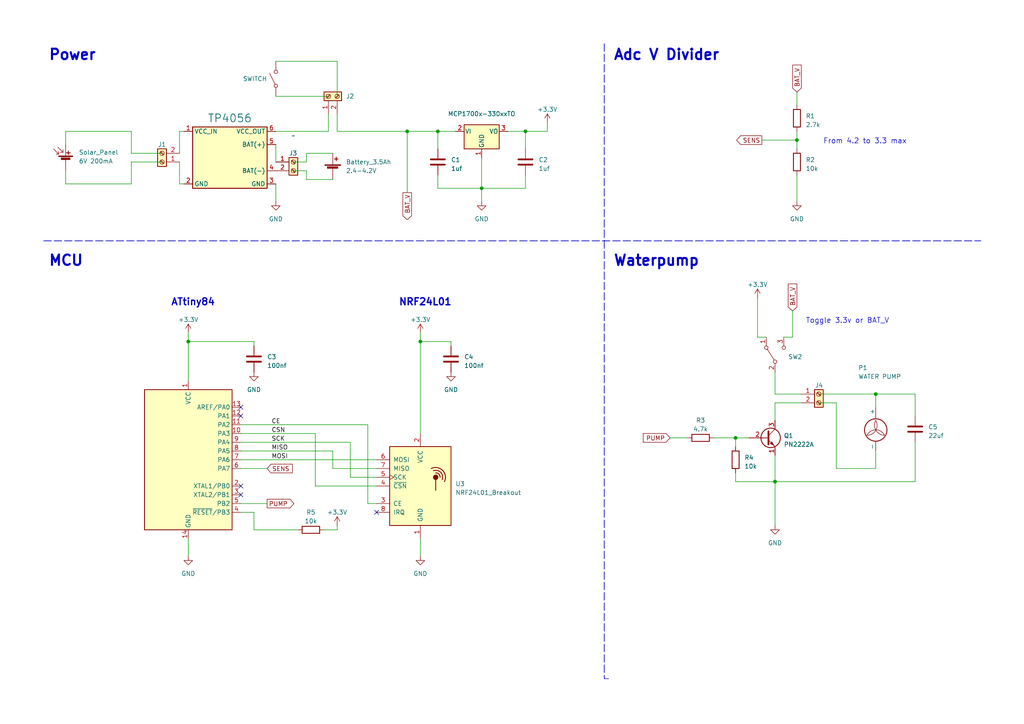
<source format=kicad_sch>
(kicad_sch (version 20230121) (generator eeschema)

  (uuid f9de5850-4c9a-40d4-a8fa-163d24fa8dd5)

  (paper "A4")

  (title_block
    (title "Vattna Bara?")
    (date "2023-05-21")
    (rev "1.0")
  )

  (lib_symbols
    (symbol "Connector:Screw_Terminal_01x02" (pin_names (offset 1.016) hide) (in_bom yes) (on_board yes)
      (property "Reference" "J" (at 0 2.54 0)
        (effects (font (size 1.27 1.27)))
      )
      (property "Value" "Screw_Terminal_01x02" (at 0 -5.08 0)
        (effects (font (size 1.27 1.27)))
      )
      (property "Footprint" "" (at 0 0 0)
        (effects (font (size 1.27 1.27)) hide)
      )
      (property "Datasheet" "~" (at 0 0 0)
        (effects (font (size 1.27 1.27)) hide)
      )
      (property "ki_keywords" "screw terminal" (at 0 0 0)
        (effects (font (size 1.27 1.27)) hide)
      )
      (property "ki_description" "Generic screw terminal, single row, 01x02, script generated (kicad-library-utils/schlib/autogen/connector/)" (at 0 0 0)
        (effects (font (size 1.27 1.27)) hide)
      )
      (property "ki_fp_filters" "TerminalBlock*:*" (at 0 0 0)
        (effects (font (size 1.27 1.27)) hide)
      )
      (symbol "Screw_Terminal_01x02_1_1"
        (rectangle (start -1.27 1.27) (end 1.27 -3.81)
          (stroke (width 0.254) (type default))
          (fill (type background))
        )
        (circle (center 0 -2.54) (radius 0.635)
          (stroke (width 0.1524) (type default))
          (fill (type none))
        )
        (polyline
          (pts
            (xy -0.5334 -2.2098)
            (xy 0.3302 -3.048)
          )
          (stroke (width 0.1524) (type default))
          (fill (type none))
        )
        (polyline
          (pts
            (xy -0.5334 0.3302)
            (xy 0.3302 -0.508)
          )
          (stroke (width 0.1524) (type default))
          (fill (type none))
        )
        (polyline
          (pts
            (xy -0.3556 -2.032)
            (xy 0.508 -2.8702)
          )
          (stroke (width 0.1524) (type default))
          (fill (type none))
        )
        (polyline
          (pts
            (xy -0.3556 0.508)
            (xy 0.508 -0.3302)
          )
          (stroke (width 0.1524) (type default))
          (fill (type none))
        )
        (circle (center 0 0) (radius 0.635)
          (stroke (width 0.1524) (type default))
          (fill (type none))
        )
        (pin passive line (at -5.08 0 0) (length 3.81)
          (name "Pin_1" (effects (font (size 1.27 1.27))))
          (number "1" (effects (font (size 1.27 1.27))))
        )
        (pin passive line (at -5.08 -2.54 0) (length 3.81)
          (name "Pin_2" (effects (font (size 1.27 1.27))))
          (number "2" (effects (font (size 1.27 1.27))))
        )
      )
    )
    (symbol "Device:Battery_Cell" (pin_numbers hide) (pin_names (offset 0) hide) (in_bom yes) (on_board yes)
      (property "Reference" "BT" (at 2.54 2.54 0)
        (effects (font (size 1.27 1.27)) (justify left))
      )
      (property "Value" "Battery_Cell" (at 2.54 0 0)
        (effects (font (size 1.27 1.27)) (justify left))
      )
      (property "Footprint" "" (at 0 1.524 90)
        (effects (font (size 1.27 1.27)) hide)
      )
      (property "Datasheet" "~" (at 0 1.524 90)
        (effects (font (size 1.27 1.27)) hide)
      )
      (property "ki_keywords" "battery cell" (at 0 0 0)
        (effects (font (size 1.27 1.27)) hide)
      )
      (property "ki_description" "Single-cell battery" (at 0 0 0)
        (effects (font (size 1.27 1.27)) hide)
      )
      (symbol "Battery_Cell_0_1"
        (rectangle (start -2.286 1.778) (end 2.286 1.524)
          (stroke (width 0) (type default))
          (fill (type outline))
        )
        (rectangle (start -1.5748 1.1938) (end 1.4732 0.6858)
          (stroke (width 0) (type default))
          (fill (type outline))
        )
        (polyline
          (pts
            (xy 0 0.762)
            (xy 0 0)
          )
          (stroke (width 0) (type default))
          (fill (type none))
        )
        (polyline
          (pts
            (xy 0 1.778)
            (xy 0 2.54)
          )
          (stroke (width 0) (type default))
          (fill (type none))
        )
        (polyline
          (pts
            (xy 0.508 3.429)
            (xy 1.524 3.429)
          )
          (stroke (width 0.254) (type default))
          (fill (type none))
        )
        (polyline
          (pts
            (xy 1.016 3.937)
            (xy 1.016 2.921)
          )
          (stroke (width 0.254) (type default))
          (fill (type none))
        )
      )
      (symbol "Battery_Cell_1_1"
        (pin passive line (at 0 5.08 270) (length 2.54)
          (name "+" (effects (font (size 1.27 1.27))))
          (number "1" (effects (font (size 1.27 1.27))))
        )
        (pin passive line (at 0 -2.54 90) (length 2.54)
          (name "-" (effects (font (size 1.27 1.27))))
          (number "2" (effects (font (size 1.27 1.27))))
        )
      )
    )
    (symbol "Device:C" (pin_numbers hide) (pin_names (offset 0.254)) (in_bom yes) (on_board yes)
      (property "Reference" "C" (at 0.635 2.54 0)
        (effects (font (size 1.27 1.27)) (justify left))
      )
      (property "Value" "C" (at 0.635 -2.54 0)
        (effects (font (size 1.27 1.27)) (justify left))
      )
      (property "Footprint" "" (at 0.9652 -3.81 0)
        (effects (font (size 1.27 1.27)) hide)
      )
      (property "Datasheet" "~" (at 0 0 0)
        (effects (font (size 1.27 1.27)) hide)
      )
      (property "ki_keywords" "cap capacitor" (at 0 0 0)
        (effects (font (size 1.27 1.27)) hide)
      )
      (property "ki_description" "Unpolarized capacitor" (at 0 0 0)
        (effects (font (size 1.27 1.27)) hide)
      )
      (property "ki_fp_filters" "C_*" (at 0 0 0)
        (effects (font (size 1.27 1.27)) hide)
      )
      (symbol "C_0_1"
        (polyline
          (pts
            (xy -2.032 -0.762)
            (xy 2.032 -0.762)
          )
          (stroke (width 0.508) (type default))
          (fill (type none))
        )
        (polyline
          (pts
            (xy -2.032 0.762)
            (xy 2.032 0.762)
          )
          (stroke (width 0.508) (type default))
          (fill (type none))
        )
      )
      (symbol "C_1_1"
        (pin passive line (at 0 3.81 270) (length 2.794)
          (name "~" (effects (font (size 1.27 1.27))))
          (number "1" (effects (font (size 1.27 1.27))))
        )
        (pin passive line (at 0 -3.81 90) (length 2.794)
          (name "~" (effects (font (size 1.27 1.27))))
          (number "2" (effects (font (size 1.27 1.27))))
        )
      )
    )
    (symbol "Device:R" (pin_numbers hide) (pin_names (offset 0)) (in_bom yes) (on_board yes)
      (property "Reference" "R" (at 2.032 0 90)
        (effects (font (size 1.27 1.27)))
      )
      (property "Value" "R" (at 0 0 90)
        (effects (font (size 1.27 1.27)))
      )
      (property "Footprint" "" (at -1.778 0 90)
        (effects (font (size 1.27 1.27)) hide)
      )
      (property "Datasheet" "~" (at 0 0 0)
        (effects (font (size 1.27 1.27)) hide)
      )
      (property "ki_keywords" "R res resistor" (at 0 0 0)
        (effects (font (size 1.27 1.27)) hide)
      )
      (property "ki_description" "Resistor" (at 0 0 0)
        (effects (font (size 1.27 1.27)) hide)
      )
      (property "ki_fp_filters" "R_*" (at 0 0 0)
        (effects (font (size 1.27 1.27)) hide)
      )
      (symbol "R_0_1"
        (rectangle (start -1.016 -2.54) (end 1.016 2.54)
          (stroke (width 0.254) (type default))
          (fill (type none))
        )
      )
      (symbol "R_1_1"
        (pin passive line (at 0 3.81 270) (length 1.27)
          (name "~" (effects (font (size 1.27 1.27))))
          (number "1" (effects (font (size 1.27 1.27))))
        )
        (pin passive line (at 0 -3.81 90) (length 1.27)
          (name "~" (effects (font (size 1.27 1.27))))
          (number "2" (effects (font (size 1.27 1.27))))
        )
      )
    )
    (symbol "Device:Solar_Cell" (pin_numbers hide) (pin_names (offset 0) hide) (in_bom yes) (on_board yes)
      (property "Reference" "SC" (at 2.54 2.54 0)
        (effects (font (size 1.27 1.27)) (justify left))
      )
      (property "Value" "Solar_Cell" (at 2.54 0 0)
        (effects (font (size 1.27 1.27)) (justify left))
      )
      (property "Footprint" "" (at 0 1.524 90)
        (effects (font (size 1.27 1.27)) hide)
      )
      (property "Datasheet" "~" (at 0 1.524 90)
        (effects (font (size 1.27 1.27)) hide)
      )
      (property "ki_keywords" "solar cell" (at 0 0 0)
        (effects (font (size 1.27 1.27)) hide)
      )
      (property "ki_description" "Single solar cell" (at 0 0 0)
        (effects (font (size 1.27 1.27)) hide)
      )
      (symbol "Solar_Cell_0_1"
        (rectangle (start -2.032 1.778) (end 2.032 1.524)
          (stroke (width 0) (type default))
          (fill (type outline))
        )
        (rectangle (start -1.3208 1.1938) (end 1.27 0.6858)
          (stroke (width 0) (type default))
          (fill (type outline))
        )
        (polyline
          (pts
            (xy -2.032 2.286)
            (xy -3.556 3.81)
          )
          (stroke (width 0) (type default))
          (fill (type none))
        )
        (polyline
          (pts
            (xy -0.762 2.794)
            (xy -2.286 4.318)
          )
          (stroke (width 0) (type default))
          (fill (type none))
        )
        (polyline
          (pts
            (xy 0 0.762)
            (xy 0 0)
          )
          (stroke (width 0) (type default))
          (fill (type none))
        )
        (polyline
          (pts
            (xy 0 1.778)
            (xy 0 2.54)
          )
          (stroke (width 0) (type default))
          (fill (type none))
        )
        (polyline
          (pts
            (xy 0.254 2.667)
            (xy 1.27 2.667)
          )
          (stroke (width 0.254) (type default))
          (fill (type none))
        )
        (polyline
          (pts
            (xy 0.762 3.175)
            (xy 0.762 2.159)
          )
          (stroke (width 0.254) (type default))
          (fill (type none))
        )
        (polyline
          (pts
            (xy -2.032 3.048)
            (xy -2.032 2.286)
            (xy -2.794 2.286)
          )
          (stroke (width 0) (type default))
          (fill (type none))
        )
        (polyline
          (pts
            (xy -0.762 3.556)
            (xy -0.762 2.794)
            (xy -1.524 2.794)
          )
          (stroke (width 0) (type default))
          (fill (type none))
        )
      )
      (symbol "Solar_Cell_1_1"
        (pin passive line (at 0 5.08 270) (length 2.54)
          (name "+" (effects (font (size 1.27 1.27))))
          (number "1" (effects (font (size 1.27 1.27))))
        )
        (pin passive line (at 0 -2.54 90) (length 2.54)
          (name "-" (effects (font (size 1.27 1.27))))
          (number "2" (effects (font (size 1.27 1.27))))
        )
      )
    )
    (symbol "MCU_Microchip_ATtiny:ATtiny84A-P" (in_bom yes) (on_board yes)
      (property "Reference" "U" (at -12.7 21.59 0)
        (effects (font (size 1.27 1.27)) (justify left bottom))
      )
      (property "Value" "ATtiny84A-P" (at 2.54 -21.59 0)
        (effects (font (size 1.27 1.27)) (justify left top))
      )
      (property "Footprint" "Package_DIP:DIP-14_W7.62mm" (at 0 0 0)
        (effects (font (size 1.27 1.27) italic) hide)
      )
      (property "Datasheet" "http://ww1.microchip.com/downloads/en/DeviceDoc/doc8183.pdf" (at 0 0 0)
        (effects (font (size 1.27 1.27)) hide)
      )
      (property "ki_keywords" "AVR 8bit Microcontroller tinyAVR" (at 0 0 0)
        (effects (font (size 1.27 1.27)) hide)
      )
      (property "ki_description" "20MHz, 8kB Flash, 512B SRAM, 512B EEPROM, debugWIRE, DIP-14" (at 0 0 0)
        (effects (font (size 1.27 1.27)) hide)
      )
      (property "ki_fp_filters" "DIP*W7.62mm*" (at 0 0 0)
        (effects (font (size 1.27 1.27)) hide)
      )
      (symbol "ATtiny84A-P_0_1"
        (rectangle (start -12.7 -20.32) (end 12.7 20.32)
          (stroke (width 0.254) (type default))
          (fill (type background))
        )
      )
      (symbol "ATtiny84A-P_1_1"
        (pin power_in line (at 0 22.86 270) (length 2.54)
          (name "VCC" (effects (font (size 1.27 1.27))))
          (number "1" (effects (font (size 1.27 1.27))))
        )
        (pin bidirectional line (at 15.24 7.62 180) (length 2.54)
          (name "PA3" (effects (font (size 1.27 1.27))))
          (number "10" (effects (font (size 1.27 1.27))))
        )
        (pin bidirectional line (at 15.24 10.16 180) (length 2.54)
          (name "PA2" (effects (font (size 1.27 1.27))))
          (number "11" (effects (font (size 1.27 1.27))))
        )
        (pin bidirectional line (at 15.24 12.7 180) (length 2.54)
          (name "PA1" (effects (font (size 1.27 1.27))))
          (number "12" (effects (font (size 1.27 1.27))))
        )
        (pin bidirectional line (at 15.24 15.24 180) (length 2.54)
          (name "AREF/PA0" (effects (font (size 1.27 1.27))))
          (number "13" (effects (font (size 1.27 1.27))))
        )
        (pin power_in line (at 0 -22.86 90) (length 2.54)
          (name "GND" (effects (font (size 1.27 1.27))))
          (number "14" (effects (font (size 1.27 1.27))))
        )
        (pin bidirectional line (at 15.24 -7.62 180) (length 2.54)
          (name "XTAL1/PB0" (effects (font (size 1.27 1.27))))
          (number "2" (effects (font (size 1.27 1.27))))
        )
        (pin bidirectional line (at 15.24 -10.16 180) (length 2.54)
          (name "XTAL2/PB1" (effects (font (size 1.27 1.27))))
          (number "3" (effects (font (size 1.27 1.27))))
        )
        (pin bidirectional line (at 15.24 -15.24 180) (length 2.54)
          (name "~{RESET}/PB3" (effects (font (size 1.27 1.27))))
          (number "4" (effects (font (size 1.27 1.27))))
        )
        (pin bidirectional line (at 15.24 -12.7 180) (length 2.54)
          (name "PB2" (effects (font (size 1.27 1.27))))
          (number "5" (effects (font (size 1.27 1.27))))
        )
        (pin bidirectional line (at 15.24 -2.54 180) (length 2.54)
          (name "PA7" (effects (font (size 1.27 1.27))))
          (number "6" (effects (font (size 1.27 1.27))))
        )
        (pin bidirectional line (at 15.24 0 180) (length 2.54)
          (name "PA6" (effects (font (size 1.27 1.27))))
          (number "7" (effects (font (size 1.27 1.27))))
        )
        (pin bidirectional line (at 15.24 2.54 180) (length 2.54)
          (name "PA5" (effects (font (size 1.27 1.27))))
          (number "8" (effects (font (size 1.27 1.27))))
        )
        (pin bidirectional line (at 15.24 5.08 180) (length 2.54)
          (name "PA4" (effects (font (size 1.27 1.27))))
          (number "9" (effects (font (size 1.27 1.27))))
        )
      )
    )
    (symbol "Motor:Fan" (pin_numbers hide) (pin_names (offset 0)) (in_bom yes) (on_board yes)
      (property "Reference" "M" (at 2.54 5.08 0)
        (effects (font (size 1.27 1.27)) (justify left))
      )
      (property "Value" "Fan" (at 2.54 -2.54 0)
        (effects (font (size 1.27 1.27)) (justify left top))
      )
      (property "Footprint" "" (at 0 0.254 0)
        (effects (font (size 1.27 1.27)) hide)
      )
      (property "Datasheet" "~" (at 0 0.254 0)
        (effects (font (size 1.27 1.27)) hide)
      )
      (property "ki_keywords" "Fan Motor" (at 0 0 0)
        (effects (font (size 1.27 1.27)) hide)
      )
      (property "ki_description" "Fan" (at 0 0 0)
        (effects (font (size 1.27 1.27)) hide)
      )
      (property "ki_fp_filters" "PinHeader*P2.54mm* TerminalBlock*" (at 0 0 0)
        (effects (font (size 1.27 1.27)) hide)
      )
      (symbol "Fan_0_1"
        (arc (start -2.54 -0.508) (mid 0.0028 0.9121) (end 0 3.81)
          (stroke (width 0) (type default))
          (fill (type none))
        )
        (polyline
          (pts
            (xy 0 -5.08)
            (xy 0 -4.572)
          )
          (stroke (width 0) (type default))
          (fill (type none))
        )
        (polyline
          (pts
            (xy 0 -2.2352)
            (xy 0 -2.6416)
          )
          (stroke (width 0) (type default))
          (fill (type none))
        )
        (polyline
          (pts
            (xy 0 4.2672)
            (xy 0 4.6228)
          )
          (stroke (width 0) (type default))
          (fill (type none))
        )
        (polyline
          (pts
            (xy 0 4.572)
            (xy 0 5.08)
          )
          (stroke (width 0) (type default))
          (fill (type none))
        )
        (circle (center 0 1.016) (radius 3.2512)
          (stroke (width 0.254) (type default))
          (fill (type none))
        )
        (arc (start 0 3.81) (mid 0.053 0.921) (end 2.54 -0.508)
          (stroke (width 0) (type default))
          (fill (type none))
        )
        (arc (start 2.54 -0.508) (mid 0 1.0618) (end -2.54 -0.508)
          (stroke (width 0) (type default))
          (fill (type none))
        )
      )
      (symbol "Fan_1_1"
        (pin passive line (at 0 7.62 270) (length 2.54)
          (name "+" (effects (font (size 1.27 1.27))))
          (number "1" (effects (font (size 1.27 1.27))))
        )
        (pin passive line (at 0 -5.08 90) (length 2.54)
          (name "-" (effects (font (size 1.27 1.27))))
          (number "2" (effects (font (size 1.27 1.27))))
        )
      )
    )
    (symbol "NYA:TP4056" (in_bom yes) (on_board yes)
      (property "Reference" "TP4056" (at 5.08 0 0)
        (effects (font (size 2.27 2.27)) hide)
      )
      (property "Value" "" (at 22.86 6.35 0)
        (effects (font (size 1.27 1.27)))
      )
      (property "Footprint" "" (at 22.86 6.35 0)
        (effects (font (size 1.27 1.27)) hide)
      )
      (property "Datasheet" "" (at 22.86 6.35 0)
        (effects (font (size 1.27 1.27)) hide)
      )
      (symbol "TP4056_0_1"
        (rectangle (start 10.16 5.08) (end 10.16 5.08)
          (stroke (width 0) (type default))
          (fill (type none))
        )
      )
      (symbol "TP4056_1_1"
        (rectangle (start -6.35 8.89) (end 15.24 -8.89)
          (stroke (width 0.3) (type solid))
          (fill (type background))
        )
        (pin bidirectional line (at -8.89 7.62 0) (length 2.54)
          (name "VCC_IN" (effects (font (size 1.27 1.27))))
          (number "1" (effects (font (size 1.27 1.27))))
        )
        (pin bidirectional line (at -8.89 -7.62 0) (length 2.54)
          (name "GND" (effects (font (size 1.27 1.27))))
          (number "2" (effects (font (size 1.27 1.27))))
        )
        (pin bidirectional line (at 17.78 -7.62 180) (length 2.54)
          (name "GND" (effects (font (size 1.27 1.27))))
          (number "3" (effects (font (size 1.27 1.27))))
        )
        (pin bidirectional line (at 17.78 -3.81 180) (length 2.54)
          (name "BAT(-)" (effects (font (size 1.27 1.27))))
          (number "4" (effects (font (size 1.27 1.27))))
        )
        (pin power_out line (at 17.78 3.81 180) (length 2.54)
          (name "BAT(+)" (effects (font (size 1.27 1.27))))
          (number "5" (effects (font (size 1.27 1.27))))
        )
        (pin power_out line (at 17.78 7.62 180) (length 2.54)
          (name "VCC_OUT" (effects (font (size 1.27 1.27))))
          (number "6" (effects (font (size 1.27 1.27))))
        )
      )
    )
    (symbol "RF:NRF24L01_Breakout" (pin_names (offset 1.016)) (in_bom yes) (on_board yes)
      (property "Reference" "U" (at -8.89 12.7 0)
        (effects (font (size 1.27 1.27)) (justify left))
      )
      (property "Value" "NRF24L01_Breakout" (at 3.81 12.7 0)
        (effects (font (size 1.27 1.27)) (justify left))
      )
      (property "Footprint" "RF_Module:nRF24L01_Breakout" (at 3.81 15.24 0)
        (effects (font (size 1.27 1.27) italic) (justify left) hide)
      )
      (property "Datasheet" "http://www.nordicsemi.com/eng/content/download/2730/34105/file/nRF24L01_Product_Specification_v2_0.pdf" (at 0 -2.54 0)
        (effects (font (size 1.27 1.27)) hide)
      )
      (property "ki_keywords" "Low Power RF Transceiver breakout carrier" (at 0 0 0)
        (effects (font (size 1.27 1.27)) hide)
      )
      (property "ki_description" "Ultra low power 2.4GHz RF Transceiver, Carrier PCB" (at 0 0 0)
        (effects (font (size 1.27 1.27)) hide)
      )
      (property "ki_fp_filters" "nRF24L01*Breakout*" (at 0 0 0)
        (effects (font (size 1.27 1.27)) hide)
      )
      (symbol "NRF24L01_Breakout_0_1"
        (rectangle (start -8.89 11.43) (end 8.89 -11.43)
          (stroke (width 0.254) (type default))
          (fill (type background))
        )
        (polyline
          (pts
            (xy 4.445 1.905)
            (xy 4.445 -1.27)
          )
          (stroke (width 0.254) (type default))
          (fill (type none))
        )
        (circle (center 4.445 2.54) (radius 0.635)
          (stroke (width 0.254) (type default))
          (fill (type outline))
        )
        (arc (start 5.715 2.54) (mid 5.3521 3.4546) (end 4.445 3.81)
          (stroke (width 0.254) (type default))
          (fill (type none))
        )
        (arc (start 6.35 1.905) (mid 5.8763 3.9854) (end 3.81 4.445)
          (stroke (width 0.254) (type default))
          (fill (type none))
        )
        (arc (start 6.985 1.27) (mid 6.453 4.548) (end 3.175 5.08)
          (stroke (width 0.254) (type default))
          (fill (type none))
        )
      )
      (symbol "NRF24L01_Breakout_1_1"
        (pin power_in line (at 0 -15.24 90) (length 3.81)
          (name "GND" (effects (font (size 1.27 1.27))))
          (number "1" (effects (font (size 1.27 1.27))))
        )
        (pin power_in line (at 0 15.24 270) (length 3.81)
          (name "VCC" (effects (font (size 1.27 1.27))))
          (number "2" (effects (font (size 1.27 1.27))))
        )
        (pin input line (at -12.7 -5.08 0) (length 3.81)
          (name "CE" (effects (font (size 1.27 1.27))))
          (number "3" (effects (font (size 1.27 1.27))))
        )
        (pin input line (at -12.7 0 0) (length 3.81)
          (name "~{CSN}" (effects (font (size 1.27 1.27))))
          (number "4" (effects (font (size 1.27 1.27))))
        )
        (pin input clock (at -12.7 2.54 0) (length 3.81)
          (name "SCK" (effects (font (size 1.27 1.27))))
          (number "5" (effects (font (size 1.27 1.27))))
        )
        (pin input line (at -12.7 7.62 0) (length 3.81)
          (name "MOSI" (effects (font (size 1.27 1.27))))
          (number "6" (effects (font (size 1.27 1.27))))
        )
        (pin output line (at -12.7 5.08 0) (length 3.81)
          (name "MISO" (effects (font (size 1.27 1.27))))
          (number "7" (effects (font (size 1.27 1.27))))
        )
        (pin output line (at -12.7 -7.62 0) (length 3.81)
          (name "IRQ" (effects (font (size 1.27 1.27))))
          (number "8" (effects (font (size 1.27 1.27))))
        )
      )
    )
    (symbol "Regulator_Linear:MCP1700x-330xxTO" (pin_names (offset 0.254)) (in_bom yes) (on_board yes)
      (property "Reference" "U" (at -3.81 -3.175 0)
        (effects (font (size 1.27 1.27)))
      )
      (property "Value" "MCP1700x-330xxTO" (at 0 -3.175 0)
        (effects (font (size 1.27 1.27)) (justify left))
      )
      (property "Footprint" "Package_TO_SOT_THT:TO-92_Inline" (at 0 -5.08 0)
        (effects (font (size 1.27 1.27) italic) hide)
      )
      (property "Datasheet" "http://ww1.microchip.com/downloads/en/DeviceDoc/20001826D.pdf" (at 0 0 0)
        (effects (font (size 1.27 1.27)) hide)
      )
      (property "ki_keywords" "regulator linear ldo" (at 0 0 0)
        (effects (font (size 1.27 1.27)) hide)
      )
      (property "ki_description" "250mA Low Quiscent Current LDO, 3.3V output, TO-92" (at 0 0 0)
        (effects (font (size 1.27 1.27)) hide)
      )
      (property "ki_fp_filters" "TO?92*" (at 0 0 0)
        (effects (font (size 1.27 1.27)) hide)
      )
      (symbol "MCP1700x-330xxTO_0_1"
        (rectangle (start -5.08 5.08) (end 5.08 -1.905)
          (stroke (width 0.254) (type default))
          (fill (type background))
        )
      )
      (symbol "MCP1700x-330xxTO_1_1"
        (pin power_in line (at 0 7.62 270) (length 2.54)
          (name "GND" (effects (font (size 1.27 1.27))))
          (number "1" (effects (font (size 1.27 1.27))))
        )
        (pin power_in line (at -7.62 0 0) (length 2.54)
          (name "VI" (effects (font (size 1.27 1.27))))
          (number "2" (effects (font (size 1.27 1.27))))
        )
        (pin power_out line (at 7.62 0 180) (length 2.54)
          (name "VO" (effects (font (size 1.27 1.27))))
          (number "3" (effects (font (size 1.27 1.27))))
        )
      )
    )
    (symbol "Switch:SW_SPDT" (pin_names (offset 0) hide) (in_bom yes) (on_board yes)
      (property "Reference" "SW" (at 0 4.318 0)
        (effects (font (size 1.27 1.27)))
      )
      (property "Value" "SW_SPDT" (at 0 -5.08 0)
        (effects (font (size 1.27 1.27)))
      )
      (property "Footprint" "" (at 0 0 0)
        (effects (font (size 1.27 1.27)) hide)
      )
      (property "Datasheet" "~" (at 0 0 0)
        (effects (font (size 1.27 1.27)) hide)
      )
      (property "ki_keywords" "switch single-pole double-throw spdt ON-ON" (at 0 0 0)
        (effects (font (size 1.27 1.27)) hide)
      )
      (property "ki_description" "Switch, single pole double throw" (at 0 0 0)
        (effects (font (size 1.27 1.27)) hide)
      )
      (symbol "SW_SPDT_0_0"
        (circle (center -2.032 0) (radius 0.508)
          (stroke (width 0) (type default))
          (fill (type none))
        )
        (circle (center 2.032 -2.54) (radius 0.508)
          (stroke (width 0) (type default))
          (fill (type none))
        )
      )
      (symbol "SW_SPDT_0_1"
        (polyline
          (pts
            (xy -1.524 0.254)
            (xy 1.651 2.286)
          )
          (stroke (width 0) (type default))
          (fill (type none))
        )
        (circle (center 2.032 2.54) (radius 0.508)
          (stroke (width 0) (type default))
          (fill (type none))
        )
      )
      (symbol "SW_SPDT_1_1"
        (pin passive line (at 5.08 2.54 180) (length 2.54)
          (name "A" (effects (font (size 1.27 1.27))))
          (number "1" (effects (font (size 1.27 1.27))))
        )
        (pin passive line (at -5.08 0 0) (length 2.54)
          (name "B" (effects (font (size 1.27 1.27))))
          (number "2" (effects (font (size 1.27 1.27))))
        )
        (pin passive line (at 5.08 -2.54 180) (length 2.54)
          (name "C" (effects (font (size 1.27 1.27))))
          (number "3" (effects (font (size 1.27 1.27))))
        )
      )
    )
    (symbol "Switch:SW_SPST" (pin_numbers hide) (pin_names (offset 0) hide) (in_bom yes) (on_board yes)
      (property "Reference" "SW" (at 0 3.175 0)
        (effects (font (size 1.27 1.27)))
      )
      (property "Value" "SW_SPST" (at 0 -2.54 0)
        (effects (font (size 1.27 1.27)))
      )
      (property "Footprint" "" (at 0 0 0)
        (effects (font (size 1.27 1.27)) hide)
      )
      (property "Datasheet" "~" (at 0 0 0)
        (effects (font (size 1.27 1.27)) hide)
      )
      (property "ki_keywords" "switch lever" (at 0 0 0)
        (effects (font (size 1.27 1.27)) hide)
      )
      (property "ki_description" "Single Pole Single Throw (SPST) switch" (at 0 0 0)
        (effects (font (size 1.27 1.27)) hide)
      )
      (symbol "SW_SPST_0_0"
        (circle (center -2.032 0) (radius 0.508)
          (stroke (width 0) (type default))
          (fill (type none))
        )
        (polyline
          (pts
            (xy -1.524 0.254)
            (xy 1.524 1.778)
          )
          (stroke (width 0) (type default))
          (fill (type none))
        )
        (circle (center 2.032 0) (radius 0.508)
          (stroke (width 0) (type default))
          (fill (type none))
        )
      )
      (symbol "SW_SPST_1_1"
        (pin passive line (at -5.08 0 0) (length 2.54)
          (name "A" (effects (font (size 1.27 1.27))))
          (number "1" (effects (font (size 1.27 1.27))))
        )
        (pin passive line (at 5.08 0 180) (length 2.54)
          (name "B" (effects (font (size 1.27 1.27))))
          (number "2" (effects (font (size 1.27 1.27))))
        )
      )
    )
    (symbol "Transistor_BJT:PN2222A" (pin_names (offset 0) hide) (in_bom yes) (on_board yes)
      (property "Reference" "Q" (at 5.08 1.905 0)
        (effects (font (size 1.27 1.27)) (justify left))
      )
      (property "Value" "PN2222A" (at 5.08 0 0)
        (effects (font (size 1.27 1.27)) (justify left))
      )
      (property "Footprint" "Package_TO_SOT_THT:TO-92_Inline" (at 5.08 -1.905 0)
        (effects (font (size 1.27 1.27) italic) (justify left) hide)
      )
      (property "Datasheet" "https://www.onsemi.com/pub/Collateral/PN2222-D.PDF" (at 0 0 0)
        (effects (font (size 1.27 1.27)) (justify left) hide)
      )
      (property "ki_keywords" "NPN Transistor" (at 0 0 0)
        (effects (font (size 1.27 1.27)) hide)
      )
      (property "ki_description" "1A Ic, 40V Vce, NPN Transistor, General Purpose Transistor, TO-92" (at 0 0 0)
        (effects (font (size 1.27 1.27)) hide)
      )
      (property "ki_fp_filters" "TO?92*" (at 0 0 0)
        (effects (font (size 1.27 1.27)) hide)
      )
      (symbol "PN2222A_0_1"
        (polyline
          (pts
            (xy 0 0)
            (xy 0.635 0)
          )
          (stroke (width 0) (type default))
          (fill (type none))
        )
        (polyline
          (pts
            (xy 2.54 -2.54)
            (xy 0.635 -0.635)
          )
          (stroke (width 0) (type default))
          (fill (type none))
        )
        (polyline
          (pts
            (xy 2.54 2.54)
            (xy 0.635 0.635)
          )
          (stroke (width 0) (type default))
          (fill (type none))
        )
        (polyline
          (pts
            (xy 0.635 1.905)
            (xy 0.635 -1.905)
            (xy 0.635 -1.905)
          )
          (stroke (width 0.508) (type default))
          (fill (type none))
        )
        (polyline
          (pts
            (xy 2.413 -2.413)
            (xy 1.905 -1.905)
            (xy 1.905 -1.905)
          )
          (stroke (width 0) (type default))
          (fill (type none))
        )
        (polyline
          (pts
            (xy 1.143 -1.651)
            (xy 1.651 -1.143)
            (xy 2.159 -2.159)
            (xy 1.143 -1.651)
            (xy 1.143 -1.651)
          )
          (stroke (width 0) (type default))
          (fill (type outline))
        )
        (circle (center 1.27 0) (radius 2.8194)
          (stroke (width 0.254) (type default))
          (fill (type none))
        )
      )
      (symbol "PN2222A_1_1"
        (pin passive line (at 2.54 -5.08 90) (length 2.54)
          (name "E" (effects (font (size 1.27 1.27))))
          (number "1" (effects (font (size 1.27 1.27))))
        )
        (pin input line (at -5.08 0 0) (length 5.08)
          (name "B" (effects (font (size 1.27 1.27))))
          (number "2" (effects (font (size 1.27 1.27))))
        )
        (pin passive line (at 2.54 5.08 270) (length 2.54)
          (name "C" (effects (font (size 1.27 1.27))))
          (number "3" (effects (font (size 1.27 1.27))))
        )
      )
    )
    (symbol "power:+3.3V" (power) (pin_names (offset 0)) (in_bom yes) (on_board yes)
      (property "Reference" "#PWR" (at 0 -3.81 0)
        (effects (font (size 1.27 1.27)) hide)
      )
      (property "Value" "+3.3V" (at 0 3.556 0)
        (effects (font (size 1.27 1.27)))
      )
      (property "Footprint" "" (at 0 0 0)
        (effects (font (size 1.27 1.27)) hide)
      )
      (property "Datasheet" "" (at 0 0 0)
        (effects (font (size 1.27 1.27)) hide)
      )
      (property "ki_keywords" "global power" (at 0 0 0)
        (effects (font (size 1.27 1.27)) hide)
      )
      (property "ki_description" "Power symbol creates a global label with name \"+3.3V\"" (at 0 0 0)
        (effects (font (size 1.27 1.27)) hide)
      )
      (symbol "+3.3V_0_1"
        (polyline
          (pts
            (xy -0.762 1.27)
            (xy 0 2.54)
          )
          (stroke (width 0) (type default))
          (fill (type none))
        )
        (polyline
          (pts
            (xy 0 0)
            (xy 0 2.54)
          )
          (stroke (width 0) (type default))
          (fill (type none))
        )
        (polyline
          (pts
            (xy 0 2.54)
            (xy 0.762 1.27)
          )
          (stroke (width 0) (type default))
          (fill (type none))
        )
      )
      (symbol "+3.3V_1_1"
        (pin power_in line (at 0 0 90) (length 0) hide
          (name "+3.3V" (effects (font (size 1.27 1.27))))
          (number "1" (effects (font (size 1.27 1.27))))
        )
      )
    )
    (symbol "power:GND" (power) (pin_names (offset 0)) (in_bom yes) (on_board yes)
      (property "Reference" "#PWR" (at 0 -6.35 0)
        (effects (font (size 1.27 1.27)) hide)
      )
      (property "Value" "GND" (at 0 -3.81 0)
        (effects (font (size 1.27 1.27)))
      )
      (property "Footprint" "" (at 0 0 0)
        (effects (font (size 1.27 1.27)) hide)
      )
      (property "Datasheet" "" (at 0 0 0)
        (effects (font (size 1.27 1.27)) hide)
      )
      (property "ki_keywords" "global power" (at 0 0 0)
        (effects (font (size 1.27 1.27)) hide)
      )
      (property "ki_description" "Power symbol creates a global label with name \"GND\" , ground" (at 0 0 0)
        (effects (font (size 1.27 1.27)) hide)
      )
      (symbol "GND_0_1"
        (polyline
          (pts
            (xy 0 0)
            (xy 0 -1.27)
            (xy 1.27 -1.27)
            (xy 0 -2.54)
            (xy -1.27 -1.27)
            (xy 0 -1.27)
          )
          (stroke (width 0) (type default))
          (fill (type none))
        )
      )
      (symbol "GND_1_1"
        (pin power_in line (at 0 0 270) (length 0) hide
          (name "GND" (effects (font (size 1.27 1.27))))
          (number "1" (effects (font (size 1.27 1.27))))
        )
      )
    )
  )

  (junction (at 54.61 99.06) (diameter 0) (color 0 0 0 0)
    (uuid 2a66f6be-009b-4b7e-aa32-054100c90ac0)
  )
  (junction (at 121.92 99.06) (diameter 0) (color 0 0 0 0)
    (uuid 3bd530e8-88ec-4164-a87b-c226fb4fdd77)
  )
  (junction (at 254 114.3) (diameter 0) (color 0 0 0 0)
    (uuid 63a87c48-ff3a-4bdc-8f0a-63811b40e6bc)
  )
  (junction (at 139.7 54.61) (diameter 0) (color 0 0 0 0)
    (uuid 7803328e-35e7-46d2-a336-241788b1b9a1)
  )
  (junction (at 152.4 38.1) (diameter 0) (color 0 0 0 0)
    (uuid 841aaf95-f90e-4fcf-8b6d-e09d4cced8d1)
  )
  (junction (at 127 38.1) (diameter 0) (color 0 0 0 0)
    (uuid 9a48cad9-1c2d-4bf0-8a42-e4a577154647)
  )
  (junction (at 224.79 139.7) (diameter 0) (color 0 0 0 0)
    (uuid 9ec4a9fd-b3ae-4386-83fc-de27d3dff984)
  )
  (junction (at 231.14 40.64) (diameter 0) (color 0 0 0 0)
    (uuid a6626de9-5c7e-4c40-a52a-a83fb988cdad)
  )
  (junction (at 213.36 127) (diameter 0) (color 0 0 0 0)
    (uuid b1ee1972-d160-43c3-bcee-a0b5369ce69c)
  )
  (junction (at 118.11 38.1) (diameter 0) (color 0 0 0 0)
    (uuid b377fd55-68dd-4383-846d-acc4788fa193)
  )

  (no_connect (at 69.85 120.65) (uuid 42bfadd3-9328-4b77-abb6-66174370bd9c))
  (no_connect (at 109.22 148.59) (uuid 85bf385b-2d69-49fe-8e63-5c3238a7ee49))
  (no_connect (at 69.85 118.11) (uuid 8986a3f5-ad65-4fad-87b7-fd1bb61314ce))
  (no_connect (at 69.85 143.51) (uuid 8ecb7e68-192f-46dd-9003-f18b2029d208))
  (no_connect (at 69.85 140.97) (uuid bdbc330e-d762-4274-aaa7-a3102ad41c7f))

  (wire (pts (xy 254 114.3) (xy 237.49 114.3))
    (stroke (width 0) (type default))
    (uuid 083f7842-a3d2-4606-b665-ba58c198dcf0)
  )
  (wire (pts (xy 224.79 116.84) (xy 224.79 121.92))
    (stroke (width 0) (type default))
    (uuid 09b9f80b-af1b-47ea-b9cf-904ab77fac6f)
  )
  (wire (pts (xy 242.57 116.84) (xy 242.57 135.89))
    (stroke (width 0) (type default))
    (uuid 0c2f4373-37b2-4d3e-845b-bb322a44a28d)
  )
  (wire (pts (xy 232.41 114.3) (xy 224.79 114.3))
    (stroke (width 0) (type default))
    (uuid 0f1fabf1-6ba2-45e1-8b2e-cfb432b7e632)
  )
  (wire (pts (xy 158.75 35.56) (xy 158.75 38.1))
    (stroke (width 0) (type default))
    (uuid 1259e365-053e-4148-81bf-f413f45579e3)
  )
  (wire (pts (xy 53.34 53.34) (xy 52.07 53.34))
    (stroke (width 0) (type default))
    (uuid 13214f90-9d1d-44de-b77d-544d46798f5c)
  )
  (wire (pts (xy 19.05 38.1) (xy 38.1 38.1))
    (stroke (width 0) (type default))
    (uuid 13c12575-7497-44be-a730-d1dba2255900)
  )
  (polyline (pts (xy 12.7 69.85) (xy 284.48 69.85))
    (stroke (width 0.2) (type dash))
    (uuid 1937f256-5402-4575-a763-425970361212)
  )

  (wire (pts (xy 69.85 133.35) (xy 109.22 133.35))
    (stroke (width 0) (type default))
    (uuid 1e7b6177-f19d-462d-b91d-17da9edd6c6d)
  )
  (wire (pts (xy 80.01 27.94) (xy 95.25 27.94))
    (stroke (width 0) (type default))
    (uuid 1fe92678-b7ca-4e54-a048-38ee8fbf5816)
  )
  (wire (pts (xy 118.11 38.1) (xy 127 38.1))
    (stroke (width 0) (type default))
    (uuid 20d9f06a-8499-450b-adeb-fa870714b4e6)
  )
  (wire (pts (xy 254 118.11) (xy 254 114.3))
    (stroke (width 0) (type default))
    (uuid 225b0ac6-0f14-4724-8e57-68389e23c65c)
  )
  (wire (pts (xy 80.01 41.91) (xy 80.01 46.99))
    (stroke (width 0) (type default))
    (uuid 24d55a8d-8d38-4802-98bd-8d99434c75ac)
  )
  (wire (pts (xy 220.98 40.64) (xy 231.14 40.64))
    (stroke (width 0) (type default))
    (uuid 254c4903-0fbe-4793-9922-17487ca87ba1)
  )
  (wire (pts (xy 194.31 127) (xy 199.39 127))
    (stroke (width 0) (type default))
    (uuid 26b13d6b-bf4a-400a-bfa1-63e1bfcb784c)
  )
  (wire (pts (xy 73.66 100.33) (xy 73.66 99.06))
    (stroke (width 0) (type default))
    (uuid 2f6eaa14-dc94-457d-9355-b9367d98c091)
  )
  (wire (pts (xy 69.85 128.27) (xy 101.6 128.27))
    (stroke (width 0) (type default))
    (uuid 30df77e1-97f4-4beb-a0da-7e41d6ac348d)
  )
  (wire (pts (xy 101.6 138.43) (xy 109.22 138.43))
    (stroke (width 0) (type default))
    (uuid 31214a3a-39ed-47ee-a170-a5bd0621a2e9)
  )
  (wire (pts (xy 127 38.1) (xy 132.08 38.1))
    (stroke (width 0) (type default))
    (uuid 31a93711-6f33-4e7c-985a-d9bf9b42265d)
  )
  (wire (pts (xy 93.98 153.67) (xy 97.79 153.67))
    (stroke (width 0) (type default))
    (uuid 33aa8c8a-8ff3-4fe7-8ddd-57e2c086b2ae)
  )
  (wire (pts (xy 224.79 132.08) (xy 224.79 139.7))
    (stroke (width 0) (type default))
    (uuid 3507bb8a-6c78-42c7-bd1f-e8547f2742a4)
  )
  (wire (pts (xy 53.34 38.1) (xy 52.07 38.1))
    (stroke (width 0) (type default))
    (uuid 352d4d75-cc4f-4c31-abe5-e9bf87f03f78)
  )
  (wire (pts (xy 121.92 99.06) (xy 121.92 125.73))
    (stroke (width 0) (type default))
    (uuid 3580c00c-5d27-42bd-9625-935613da9db1)
  )
  (wire (pts (xy 121.92 161.29) (xy 121.92 156.21))
    (stroke (width 0) (type default))
    (uuid 3741ee5c-1a03-41f5-94a0-2b9197947725)
  )
  (wire (pts (xy 118.11 38.1) (xy 118.11 55.88))
    (stroke (width 0) (type default))
    (uuid 3c599715-9f05-47cd-a609-ccc6569787c6)
  )
  (wire (pts (xy 219.71 97.79) (xy 222.25 97.79))
    (stroke (width 0) (type default))
    (uuid 3d96a56b-01cc-46e0-98d8-196892a9d2ff)
  )
  (wire (pts (xy 121.92 96.52) (xy 121.92 99.06))
    (stroke (width 0) (type default))
    (uuid 41e2c4dc-2a78-4344-b18d-86d8cdadc9b7)
  )
  (wire (pts (xy 207.01 127) (xy 213.36 127))
    (stroke (width 0) (type default))
    (uuid 42814f7c-4bc5-482e-912f-79bf2b228872)
  )
  (wire (pts (xy 213.36 127) (xy 213.36 129.54))
    (stroke (width 0) (type default))
    (uuid 43ca2769-0cd4-4053-be9b-d9cc335aca90)
  )
  (wire (pts (xy 38.1 44.45) (xy 38.1 38.1))
    (stroke (width 0) (type default))
    (uuid 45889e1c-3499-49cf-b4f8-07967d3c3061)
  )
  (wire (pts (xy 91.44 125.73) (xy 69.85 125.73))
    (stroke (width 0) (type default))
    (uuid 471facc5-1a6f-497a-ba88-2033ec10a5b3)
  )
  (wire (pts (xy 80.01 17.78) (xy 97.79 17.78))
    (stroke (width 0) (type default))
    (uuid 4b2f1421-f283-4f5c-99c5-684aad4004fc)
  )
  (wire (pts (xy 147.32 38.1) (xy 152.4 38.1))
    (stroke (width 0) (type default))
    (uuid 4c0e2cc0-6502-42bf-ad75-48372fd4ca31)
  )
  (wire (pts (xy 139.7 54.61) (xy 127 54.61))
    (stroke (width 0) (type default))
    (uuid 4e946453-bb45-499f-b25a-6aac58dffdcc)
  )
  (wire (pts (xy 139.7 45.72) (xy 139.7 54.61))
    (stroke (width 0) (type default))
    (uuid 4eb9f02a-7b97-4b0d-9af1-62e04256d4a7)
  )
  (wire (pts (xy 242.57 116.84) (xy 237.49 116.84))
    (stroke (width 0) (type default))
    (uuid 501e8f97-488c-4d7d-93e5-53c8a699b597)
  )
  (wire (pts (xy 152.4 50.8) (xy 152.4 54.61))
    (stroke (width 0) (type default))
    (uuid 529b17c8-1286-4b4b-8b12-9737532ba044)
  )
  (wire (pts (xy 80.01 38.1) (xy 95.25 38.1))
    (stroke (width 0) (type default))
    (uuid 57cce19d-8aa6-46fa-bc9e-75fdcae657a6)
  )
  (wire (pts (xy 101.6 128.27) (xy 101.6 138.43))
    (stroke (width 0) (type default))
    (uuid 58bbb430-bc8d-44c7-ab0d-acef7657fd3a)
  )
  (wire (pts (xy 69.85 123.19) (xy 106.68 123.19))
    (stroke (width 0) (type default))
    (uuid 58d9f1ca-c1dc-4c67-a314-e8a21f42a0f5)
  )
  (wire (pts (xy 52.07 53.34) (xy 52.07 46.99))
    (stroke (width 0) (type default))
    (uuid 5930ed02-d244-43ab-84fe-237890adcd87)
  )
  (wire (pts (xy 73.66 153.67) (xy 73.66 148.59))
    (stroke (width 0) (type default))
    (uuid 5a542a7d-73c7-4261-bd2b-ab7d5f002ae6)
  )
  (wire (pts (xy 54.61 156.21) (xy 54.61 161.29))
    (stroke (width 0) (type default))
    (uuid 5b184ffd-d508-46cd-a08e-f545b7270ccd)
  )
  (wire (pts (xy 265.43 128.27) (xy 265.43 139.7))
    (stroke (width 0) (type default))
    (uuid 5d020a48-8e20-4c2d-9c4d-65ebcbea0b46)
  )
  (polyline (pts (xy 175.26 12.7) (xy 175.26 69.85))
    (stroke (width 0.2) (type dash))
    (uuid 5dbd21eb-cf81-4cc5-9cad-7a5ea62b6a19)
  )

  (wire (pts (xy 130.81 99.06) (xy 130.81 100.33))
    (stroke (width 0) (type default))
    (uuid 5dffafa2-ab4f-4da0-99c8-fa76b9fc8aa8)
  )
  (wire (pts (xy 213.36 127) (xy 217.17 127))
    (stroke (width 0) (type default))
    (uuid 62610a0b-9e65-468f-925f-159684bdfaff)
  )
  (wire (pts (xy 152.4 38.1) (xy 152.4 43.18))
    (stroke (width 0) (type default))
    (uuid 62bf9be8-2f2c-4892-999d-fdf823e037fd)
  )
  (wire (pts (xy 127 38.1) (xy 127 43.18))
    (stroke (width 0) (type default))
    (uuid 6408b8ae-d590-40e6-9c2a-ff5efb4a52e3)
  )
  (wire (pts (xy 106.68 146.05) (xy 109.22 146.05))
    (stroke (width 0) (type default))
    (uuid 65dcda83-8745-48e4-a734-e76e9da12fe8)
  )
  (wire (pts (xy 231.14 40.64) (xy 231.14 43.18))
    (stroke (width 0) (type default))
    (uuid 695ff01f-b973-4f4e-98a9-5aaab342f162)
  )
  (wire (pts (xy 96.52 130.81) (xy 69.85 130.81))
    (stroke (width 0) (type default))
    (uuid 6bcfa5ff-16d5-41de-a4f7-3e7a97c14422)
  )
  (wire (pts (xy 232.41 116.84) (xy 224.79 116.84))
    (stroke (width 0) (type default))
    (uuid 6c551124-910c-4891-a69b-2c4c7139662c)
  )
  (wire (pts (xy 265.43 139.7) (xy 224.79 139.7))
    (stroke (width 0) (type default))
    (uuid 6d92facf-cf44-496a-9656-ea87620e68e7)
  )
  (wire (pts (xy 231.14 26.67) (xy 231.14 30.48))
    (stroke (width 0) (type default))
    (uuid 71de49c4-a8d0-4716-952a-274d9d5fea33)
  )
  (wire (pts (xy 254 114.3) (xy 265.43 114.3))
    (stroke (width 0) (type default))
    (uuid 75efdd30-fd95-4fc2-96c0-be385ad1dbc8)
  )
  (wire (pts (xy 152.4 54.61) (xy 139.7 54.61))
    (stroke (width 0) (type default))
    (uuid 77854d69-d09a-42ad-ba58-f910435edae0)
  )
  (wire (pts (xy 97.79 33.02) (xy 97.79 38.1))
    (stroke (width 0) (type default))
    (uuid 79df4bbd-7d8c-40f4-8730-5dab1952fcb9)
  )
  (wire (pts (xy 38.1 44.45) (xy 46.99 44.45))
    (stroke (width 0) (type default))
    (uuid 7b93cb57-6e96-4e10-829a-d13a2ce421bb)
  )
  (wire (pts (xy 80.01 53.34) (xy 80.01 58.42))
    (stroke (width 0) (type default))
    (uuid 824b2535-9ab9-4268-b0a7-bf5bc15a7e17)
  )
  (wire (pts (xy 213.36 139.7) (xy 224.79 139.7))
    (stroke (width 0) (type default))
    (uuid 853a321a-1d79-468c-b86a-ec9087f0ecf9)
  )
  (wire (pts (xy 139.7 54.61) (xy 139.7 58.42))
    (stroke (width 0) (type default))
    (uuid 853b51b7-4e75-421a-8094-eec7215281a1)
  )
  (wire (pts (xy 95.25 33.02) (xy 95.25 38.1))
    (stroke (width 0) (type default))
    (uuid 871a60ac-dcd5-4dc1-a6d1-366609368ab7)
  )
  (wire (pts (xy 229.87 90.17) (xy 229.87 97.79))
    (stroke (width 0) (type default))
    (uuid 8c330499-3dab-4dc2-9fa7-be377bd89b3e)
  )
  (wire (pts (xy 224.79 139.7) (xy 224.79 152.4))
    (stroke (width 0) (type default))
    (uuid 939336d9-b41f-4e2a-863f-b8f247ab6504)
  )
  (wire (pts (xy 88.9 52.07) (xy 88.9 49.53))
    (stroke (width 0) (type default))
    (uuid 95ba1609-c6a1-4bd6-914a-c0065f2dd5c0)
  )
  (polyline (pts (xy 175.26 196.85) (xy 176.53 196.85))
    (stroke (width 0) (type default))
    (uuid 9838a908-0226-4033-986a-42be1534f324)
  )

  (wire (pts (xy 19.05 53.34) (xy 38.1 53.34))
    (stroke (width 0) (type default))
    (uuid 98b4692e-ed28-4d42-a09f-5e18e64dba8c)
  )
  (wire (pts (xy 242.57 135.89) (xy 254 135.89))
    (stroke (width 0) (type default))
    (uuid 993f3d99-bf5b-432c-9a84-2af2c3e43c02)
  )
  (wire (pts (xy 152.4 38.1) (xy 158.75 38.1))
    (stroke (width 0) (type default))
    (uuid 9a910461-9209-425b-a89c-756629426098)
  )
  (wire (pts (xy 85.09 46.99) (xy 88.9 46.99))
    (stroke (width 0) (type default))
    (uuid 9aa13c52-bb11-4409-ba75-8f5f384ba5ab)
  )
  (wire (pts (xy 96.52 52.07) (xy 88.9 52.07))
    (stroke (width 0) (type default))
    (uuid 9cb1ea02-5207-4d93-b998-27389c380b53)
  )
  (wire (pts (xy 69.85 135.89) (xy 77.47 135.89))
    (stroke (width 0) (type default))
    (uuid 9cc55272-902f-4582-8d4f-ba393f10f8f7)
  )
  (wire (pts (xy 254 135.89) (xy 254 130.81))
    (stroke (width 0) (type default))
    (uuid 9d1cb4cb-f3d2-43ef-bb4f-6ac01925d686)
  )
  (wire (pts (xy 109.22 140.97) (xy 91.44 140.97))
    (stroke (width 0) (type default))
    (uuid a19df317-2bd8-4eb5-a927-8deb8d30741f)
  )
  (wire (pts (xy 219.71 86.36) (xy 219.71 97.79))
    (stroke (width 0) (type default))
    (uuid a1a737a6-5bc0-458c-9963-0ff2dd8f7b83)
  )
  (wire (pts (xy 19.05 49.53) (xy 19.05 53.34))
    (stroke (width 0) (type default))
    (uuid a5333a08-b80b-44f6-9312-265744bf89b2)
  )
  (wire (pts (xy 231.14 38.1) (xy 231.14 40.64))
    (stroke (width 0) (type default))
    (uuid a6799a19-86f3-4a4d-ad68-fba51e71df45)
  )
  (wire (pts (xy 91.44 140.97) (xy 91.44 125.73))
    (stroke (width 0) (type default))
    (uuid aac3f6e6-a3f3-4ad3-9f8c-4e0b31c2d887)
  )
  (wire (pts (xy 96.52 135.89) (xy 96.52 130.81))
    (stroke (width 0) (type default))
    (uuid af0dfe27-7fa4-41bb-9257-75e1516abe38)
  )
  (wire (pts (xy 73.66 148.59) (xy 69.85 148.59))
    (stroke (width 0) (type default))
    (uuid b1df787a-ee45-43f8-8ff9-0397bb6fcdad)
  )
  (wire (pts (xy 97.79 38.1) (xy 118.11 38.1))
    (stroke (width 0) (type default))
    (uuid b729655b-ed0d-4dba-ad69-efd99d82dafa)
  )
  (wire (pts (xy 213.36 137.16) (xy 213.36 139.7))
    (stroke (width 0) (type default))
    (uuid be3151a0-a3d6-41c4-b833-9e0272997277)
  )
  (wire (pts (xy 224.79 107.95) (xy 224.79 114.3))
    (stroke (width 0) (type default))
    (uuid c090b83d-275c-4378-b0d8-d166fb9182ab)
  )
  (wire (pts (xy 69.85 146.05) (xy 77.47 146.05))
    (stroke (width 0) (type default))
    (uuid c69a6960-0fa0-4624-b97f-b5f8cb316212)
  )
  (wire (pts (xy 231.14 50.8) (xy 231.14 58.42))
    (stroke (width 0) (type default))
    (uuid cab32de4-69ba-48f1-be35-1d252a14eb7f)
  )
  (wire (pts (xy 88.9 44.45) (xy 96.52 44.45))
    (stroke (width 0) (type default))
    (uuid cc6667cf-4c56-4b9f-92bd-fa47f4c629b1)
  )
  (wire (pts (xy 229.87 97.79) (xy 227.33 97.79))
    (stroke (width 0) (type default))
    (uuid cd33a578-84f8-46f2-a442-b2ab2dce7f64)
  )
  (wire (pts (xy 73.66 153.67) (xy 86.36 153.67))
    (stroke (width 0) (type default))
    (uuid cebc7a3d-df2f-48e0-bbb6-6ee549373791)
  )
  (wire (pts (xy 97.79 17.78) (xy 97.79 27.94))
    (stroke (width 0) (type default))
    (uuid d5f1baff-f3df-457d-aa68-7c12308e17d8)
  )
  (wire (pts (xy 109.22 135.89) (xy 96.52 135.89))
    (stroke (width 0) (type default))
    (uuid e08b477a-287b-4829-a312-2415e192e670)
  )
  (wire (pts (xy 54.61 96.52) (xy 54.61 99.06))
    (stroke (width 0) (type default))
    (uuid e26d90aa-411b-4605-bacd-b92fb22d142f)
  )
  (wire (pts (xy 265.43 114.3) (xy 265.43 120.65))
    (stroke (width 0) (type default))
    (uuid e6b4dfa3-0f3b-4cb7-98af-3db7aea7c642)
  )
  (wire (pts (xy 52.07 38.1) (xy 52.07 44.45))
    (stroke (width 0) (type default))
    (uuid e6bc8909-5d6e-438e-a1e2-0bef9504eb45)
  )
  (polyline (pts (xy 175.26 69.85) (xy 175.26 196.85))
    (stroke (width 0.2) (type dash))
    (uuid e82d6d56-25a4-4fd3-8261-6a38fa8ae69e)
  )

  (wire (pts (xy 54.61 99.06) (xy 73.66 99.06))
    (stroke (width 0) (type default))
    (uuid e9eaf290-2cb1-478d-9caf-9c242d238c19)
  )
  (wire (pts (xy 54.61 99.06) (xy 54.61 110.49))
    (stroke (width 0) (type default))
    (uuid ec0e77cd-ec51-4b4a-8d5d-9c82657dad9f)
  )
  (wire (pts (xy 19.05 38.1) (xy 19.05 41.91))
    (stroke (width 0) (type default))
    (uuid f2788975-d10c-40db-ab24-a2d8b7040e05)
  )
  (wire (pts (xy 106.68 146.05) (xy 106.68 123.19))
    (stroke (width 0) (type default))
    (uuid f6b5c88b-74d6-4678-82a2-d4bfab19bc0b)
  )
  (wire (pts (xy 130.81 99.06) (xy 121.92 99.06))
    (stroke (width 0) (type default))
    (uuid f838e2fe-e5ea-41d8-ba0b-286f8973da5f)
  )
  (wire (pts (xy 97.79 153.67) (xy 97.79 152.4))
    (stroke (width 0) (type default))
    (uuid f87701f1-3219-4e19-8955-a2f1e5e6be88)
  )
  (wire (pts (xy 88.9 46.99) (xy 88.9 44.45))
    (stroke (width 0) (type default))
    (uuid f937f61c-5be3-46c7-96c2-1b7653b2cae1)
  )
  (wire (pts (xy 38.1 46.99) (xy 38.1 53.34))
    (stroke (width 0) (type default))
    (uuid f946e6a4-421d-464a-9e9b-0eb24d2224ea)
  )
  (wire (pts (xy 127 50.8) (xy 127 54.61))
    (stroke (width 0) (type default))
    (uuid fbeef764-b7a5-4e54-bba3-f83933649cd7)
  )
  (wire (pts (xy 85.09 49.53) (xy 88.9 49.53))
    (stroke (width 0) (type default))
    (uuid fdd185be-9a52-4af7-bfdf-3540a9379def)
  )
  (wire (pts (xy 38.1 46.99) (xy 46.99 46.99))
    (stroke (width 0) (type default))
    (uuid fe0029ef-46cc-4198-abcd-b572a180019e)
  )

  (text "Power" (at 13.97 17.78 0)
    (effects (font (size 3 3) (thickness 0.6) bold) (justify left bottom))
    (uuid 46793c79-29d9-459a-be42-68acb365496d)
  )
  (text "Adc V Divider " (at 177.8 17.78 0)
    (effects (font (size 3 3) (thickness 0.6) bold) (justify left bottom))
    (uuid 46d163fc-38e8-4091-bf75-ac7b9c53c0f1)
  )
  (text "From 4.2 to 3.3 max" (at 238.76 41.91 0)
    (effects (font (size 1.5 1.5)) (justify left bottom))
    (uuid 63e0ba74-e0c7-4fe7-bbc6-d48ec4147b18)
  )
  (text "MCU \n" (at 13.97 77.47 0)
    (effects (font (size 3 3) bold) (justify left bottom))
    (uuid 6bea383d-f4bc-4baa-8d52-71500adba4df)
  )
  (text "Toggle 3.3v or BAT_V\n" (at 233.68 93.98 0)
    (effects (font (size 1.5 1.5)) (justify left bottom))
    (uuid 859f9ece-dfbf-4cec-919d-b297f6278abe)
  )
  (text "Waterpump\n" (at 177.8 77.47 0)
    (effects (font (size 3 3) bold) (justify left bottom))
    (uuid 9fb4d6c0-9be7-4965-add8-d266c9478c57)
  )
  (text "ATtiny84" (at 49.53 88.9 0)
    (effects (font (size 2 2) (thickness 0.36) bold) (justify left bottom))
    (uuid c595a85b-26b3-47a1-94aa-7010eaecfe94)
  )
  (text "NRF24L01" (at 115.57 88.9 0)
    (effects (font (size 2 2) bold) (justify left bottom))
    (uuid e6b07dad-5c1b-4ba1-acc9-bb68d0be9aec)
  )

  (label "CSN" (at 78.74 125.73 0) (fields_autoplaced)
    (effects (font (size 1.27 1.27)) (justify left bottom))
    (uuid 38e78452-9228-48c1-814f-55a039e16cdd)
  )
  (label "SCK" (at 78.74 128.27 0) (fields_autoplaced)
    (effects (font (size 1.27 1.27)) (justify left bottom))
    (uuid 69c03f7a-c345-40fe-a61c-840b7e2c10f4)
  )
  (label "CE" (at 78.74 123.19 0) (fields_autoplaced)
    (effects (font (size 1.27 1.27)) (justify left bottom))
    (uuid 79254322-b8b2-4a5b-b150-035c105493e5)
  )
  (label "MISO" (at 78.74 130.81 0) (fields_autoplaced)
    (effects (font (size 1.27 1.27)) (justify left bottom))
    (uuid cd9b3a13-8fe8-4c52-88f8-1a4b55849d0b)
  )
  (label "MOSI" (at 78.74 133.35 0) (fields_autoplaced)
    (effects (font (size 1.27 1.27)) (justify left bottom))
    (uuid fc97b22e-ea9a-43d3-8f1d-ecd8a2c9ae69)
  )

  (global_label "SENS" (shape output) (at 220.98 40.64 180) (fields_autoplaced)
    (effects (font (size 1.27 1.27)) (justify right))
    (uuid 33bb9332-1e88-4943-89e0-9c4c6c091a45)
    (property "Intersheetrefs" "${INTERSHEET_REFS}" (at 213.1757 40.64 0)
      (effects (font (size 1.27 1.27)) (justify right) hide)
    )
  )
  (global_label "PUMP" (shape input) (at 194.31 127 180) (fields_autoplaced)
    (effects (font (size 1.27 1.27)) (justify right))
    (uuid 3f5f5932-4273-4939-b91f-dbdad16b82e0)
    (property "Intersheetrefs" "${INTERSHEET_REFS}" (at 186.0823 127 0)
      (effects (font (size 1.27 1.27)) (justify right) hide)
    )
  )
  (global_label "BAT_V" (shape output) (at 118.11 55.88 270)
    (effects (font (size 1.27 1.27)) (justify right))
    (uuid 8340cc65-72e3-4ae6-a66a-7876e691fe65)
    (property "Intersheetrefs" "BAT_V" (at 120.65 64.77 0)
      (effects (font (size 1.27 1.27) (color 72 72 72 1)) (justify right) hide)
    )
  )
  (global_label "SENS" (shape input) (at 77.47 135.89 0) (fields_autoplaced)
    (effects (font (size 1.27 1.27)) (justify left))
    (uuid 93fa2795-7626-4d0a-a1de-4540c8ef43fa)
    (property "Intersheetrefs" "${INTERSHEET_REFS}" (at 85.2743 135.89 0)
      (effects (font (size 1.27 1.27)) (justify left) hide)
    )
  )
  (global_label "BAT_V" (shape input) (at 229.87 90.17 90) (fields_autoplaced)
    (effects (font (size 1.27 1.27)) (justify left))
    (uuid 99bc3b76-bedf-4b53-978d-4bb4d2587340)
    (property "Intersheetrefs" "${INTERSHEET_REFS}" (at 229.87 81.8818 90)
      (effects (font (size 1.27 1.27)) (justify left) hide)
    )
  )
  (global_label "PUMP" (shape output) (at 77.47 146.05 0) (fields_autoplaced)
    (effects (font (size 1.27 1.27)) (justify left))
    (uuid a03d1dc2-3ac6-4646-8e38-157d8683f289)
    (property "Intersheetrefs" "${INTERSHEET_REFS}" (at 85.6977 146.05 0)
      (effects (font (size 1.27 1.27)) (justify left) hide)
    )
  )
  (global_label "BAT_V" (shape input) (at 231.14 26.67 90)
    (effects (font (size 1.27 1.27)) (justify left))
    (uuid a195e87f-554b-403d-b052-788f09e06e04)
    (property "Intersheetrefs" "BAT_V" (at 228.6 17.78 0)
      (effects (font (size 1.27 1.27) (color 72 72 72 1)) (justify left) hide)
    )
  )

  (symbol (lib_id "power:GND") (at 130.81 107.95 0) (unit 1)
    (in_bom yes) (on_board yes) (dnp no) (fields_autoplaced)
    (uuid 0089e2bb-ac57-491e-9522-ff17562c0bdb)
    (property "Reference" "#PWR011" (at 130.81 114.3 0)
      (effects (font (size 1.27 1.27)) hide)
    )
    (property "Value" "GND" (at 130.81 113.03 0)
      (effects (font (size 1.27 1.27)))
    )
    (property "Footprint" "" (at 130.81 107.95 0)
      (effects (font (size 1.27 1.27)) hide)
    )
    (property "Datasheet" "" (at 130.81 107.95 0)
      (effects (font (size 1.27 1.27)) hide)
    )
    (pin "1" (uuid 3e1113b8-bd9d-4b71-9b03-9f2dd1475ffd))
    (instances
      (project "Auto_plant"
        (path "/f9de5850-4c9a-40d4-a8fa-163d24fa8dd5"
          (reference "#PWR011") (unit 1)
        )
      )
    )
  )

  (symbol (lib_id "Device:R") (at 213.36 133.35 0) (unit 1)
    (in_bom yes) (on_board yes) (dnp no) (fields_autoplaced)
    (uuid 0866ebf2-9a2f-43c9-b3d3-6bb1f94044b8)
    (property "Reference" "R4" (at 215.9 132.715 0)
      (effects (font (size 1.27 1.27)) (justify left))
    )
    (property "Value" "10k" (at 215.9 135.255 0)
      (effects (font (size 1.27 1.27)) (justify left))
    )
    (property "Footprint" "Resistor_THT:R_Axial_DIN0207_L6.3mm_D2.5mm_P10.16mm_Horizontal" (at 211.582 133.35 90)
      (effects (font (size 1.27 1.27)) hide)
    )
    (property "Datasheet" "~" (at 213.36 133.35 0)
      (effects (font (size 1.27 1.27)) hide)
    )
    (pin "1" (uuid acc99583-97fa-4add-814f-33349e022a72))
    (pin "2" (uuid b67d7fde-e8b6-4392-9d21-b0d5b5fb79c8))
    (instances
      (project "Auto_plant"
        (path "/f9de5850-4c9a-40d4-a8fa-163d24fa8dd5"
          (reference "R4") (unit 1)
        )
      )
    )
  )

  (symbol (lib_id "Connector:Screw_Terminal_01x02") (at 237.49 114.3 0) (unit 1)
    (in_bom yes) (on_board yes) (dnp no)
    (uuid 0a07d9df-af9f-45d8-906c-72c4fad31c3f)
    (property "Reference" "J4" (at 238.76 111.76 0)
      (effects (font (size 1.27 1.27)) (justify right))
    )
    (property "Value" "Terminal Block" (at 235.585 119.38 90)
      (effects (font (size 1.27 1.27)) (justify right) hide)
    )
    (property "Footprint" "TerminalBlock:TerminalBlock_Altech_AK300-2_P5.00mm" (at 237.49 114.3 0)
      (effects (font (size 1.27 1.27)) hide)
    )
    (property "Datasheet" "~" (at 237.49 114.3 0)
      (effects (font (size 1.27 1.27)) hide)
    )
    (pin "1" (uuid 03b6a109-4921-416d-a0f2-68b702725336))
    (pin "2" (uuid 26fde9cd-705a-4eb5-a73c-ac62860e9aa2))
    (instances
      (project "Auto_plant"
        (path "/f9de5850-4c9a-40d4-a8fa-163d24fa8dd5"
          (reference "J4") (unit 1)
        )
      )
    )
  )

  (symbol (lib_id "power:+3.3V") (at 54.61 96.52 0) (unit 1)
    (in_bom yes) (on_board yes) (dnp no) (fields_autoplaced)
    (uuid 0b2cbd21-6fc5-4f8b-84d4-516b4560f5ca)
    (property "Reference" "#PWR04" (at 54.61 100.33 0)
      (effects (font (size 1.27 1.27)) hide)
    )
    (property "Value" "+3.3V" (at 54.61 92.71 0)
      (effects (font (size 1.27 1.27)))
    )
    (property "Footprint" "" (at 54.61 96.52 0)
      (effects (font (size 1.27 1.27)) hide)
    )
    (property "Datasheet" "" (at 54.61 96.52 0)
      (effects (font (size 1.27 1.27)) hide)
    )
    (pin "1" (uuid 70537bd0-12dc-4c62-bba0-cf72c1a43234))
    (instances
      (project "Auto_plant"
        (path "/f9de5850-4c9a-40d4-a8fa-163d24fa8dd5"
          (reference "#PWR04") (unit 1)
        )
      )
    )
  )

  (symbol (lib_id "power:+3.3V") (at 219.71 86.36 0) (unit 1)
    (in_bom yes) (on_board yes) (dnp no) (fields_autoplaced)
    (uuid 1a8d5647-1f5e-4de9-82a4-d6db7312d7ba)
    (property "Reference" "#PWR010" (at 219.71 90.17 0)
      (effects (font (size 1.27 1.27)) hide)
    )
    (property "Value" "+3.3V" (at 219.71 82.55 0)
      (effects (font (size 1.27 1.27)))
    )
    (property "Footprint" "" (at 219.71 86.36 0)
      (effects (font (size 1.27 1.27)) hide)
    )
    (property "Datasheet" "" (at 219.71 86.36 0)
      (effects (font (size 1.27 1.27)) hide)
    )
    (pin "1" (uuid ce4955d7-66d9-45b5-8350-7f640a7635c8))
    (instances
      (project "Auto_plant"
        (path "/f9de5850-4c9a-40d4-a8fa-163d24fa8dd5"
          (reference "#PWR010") (unit 1)
        )
      )
    )
  )

  (symbol (lib_id "Regulator_Linear:MCP1700x-330xxTO") (at 139.7 38.1 0) (mirror x) (unit 1)
    (in_bom yes) (on_board yes) (dnp no)
    (uuid 1e1b7e56-c986-489f-871f-59ef36d1d284)
    (property "Reference" "u1" (at 139.7 30.48 0)
      (effects (font (size 1.27 1.27)) hide)
    )
    (property "Value" "MCP1700x-330xxTO" (at 139.7 33.02 0)
      (effects (font (size 1.27 1.27)))
    )
    (property "Footprint" "Package_TO_SOT_THT:TO-92_Inline" (at 139.7 33.02 0)
      (effects (font (size 1.27 1.27) italic) hide)
    )
    (property "Datasheet" "http://ww1.microchip.com/downloads/en/DeviceDoc/20001826D.pdf" (at 139.7 38.1 0)
      (effects (font (size 1.27 1.27)) hide)
    )
    (pin "1" (uuid 58ceb0f4-bd6c-4445-8f3b-f4f09945d6ed))
    (pin "2" (uuid 34e2cdb8-5352-4161-9393-bc385e81d125))
    (pin "3" (uuid 2a171546-e1ce-4fcf-917e-cb96fa693049))
    (instances
      (project "Auto_plant"
        (path "/f9de5850-4c9a-40d4-a8fa-163d24fa8dd5"
          (reference "u1") (unit 1)
        )
      )
    )
  )

  (symbol (lib_id "Device:C") (at 130.81 104.14 0) (unit 1)
    (in_bom yes) (on_board yes) (dnp no) (fields_autoplaced)
    (uuid 23ec108d-470e-4114-bbdb-1f35fd5d5885)
    (property "Reference" "C4" (at 134.62 103.505 0)
      (effects (font (size 1.27 1.27)) (justify left))
    )
    (property "Value" "100nf" (at 134.62 106.045 0)
      (effects (font (size 1.27 1.27)) (justify left))
    )
    (property "Footprint" "Capacitor_THT:C_Rect_L7.0mm_W2.0mm_P5.00mm" (at 131.7752 107.95 0)
      (effects (font (size 1.27 1.27)) hide)
    )
    (property "Datasheet" "~" (at 130.81 104.14 0)
      (effects (font (size 1.27 1.27)) hide)
    )
    (pin "1" (uuid 7b22da31-af47-4820-9e7d-2308238a40f5))
    (pin "2" (uuid f3bd5b44-a5ed-4e47-b81b-cd61666257ee))
    (instances
      (project "Auto_plant"
        (path "/f9de5850-4c9a-40d4-a8fa-163d24fa8dd5"
          (reference "C4") (unit 1)
        )
      )
    )
  )

  (symbol (lib_id "power:GND") (at 121.92 161.29 0) (unit 1)
    (in_bom yes) (on_board yes) (dnp no) (fields_autoplaced)
    (uuid 3315effb-4a4c-41e9-9ced-3d888caab9a2)
    (property "Reference" "#PWR08" (at 121.92 167.64 0)
      (effects (font (size 1.27 1.27)) hide)
    )
    (property "Value" "GND" (at 121.92 166.37 0)
      (effects (font (size 1.27 1.27)))
    )
    (property "Footprint" "" (at 121.92 161.29 0)
      (effects (font (size 1.27 1.27)) hide)
    )
    (property "Datasheet" "" (at 121.92 161.29 0)
      (effects (font (size 1.27 1.27)) hide)
    )
    (pin "1" (uuid a1b76f0a-c26c-476a-8e37-3c19b3913359))
    (instances
      (project "Auto_plant"
        (path "/f9de5850-4c9a-40d4-a8fa-163d24fa8dd5"
          (reference "#PWR08") (unit 1)
        )
      )
    )
  )

  (symbol (lib_id "power:GND") (at 73.66 107.95 0) (unit 1)
    (in_bom yes) (on_board yes) (dnp no) (fields_autoplaced)
    (uuid 3b8b55f5-8be0-4050-8267-0a819392a638)
    (property "Reference" "#PWR012" (at 73.66 114.3 0)
      (effects (font (size 1.27 1.27)) hide)
    )
    (property "Value" "GND" (at 73.66 113.03 0)
      (effects (font (size 1.27 1.27)))
    )
    (property "Footprint" "" (at 73.66 107.95 0)
      (effects (font (size 1.27 1.27)) hide)
    )
    (property "Datasheet" "" (at 73.66 107.95 0)
      (effects (font (size 1.27 1.27)) hide)
    )
    (pin "1" (uuid d8116566-429c-435f-a639-1e42db530b11))
    (instances
      (project "Auto_plant"
        (path "/f9de5850-4c9a-40d4-a8fa-163d24fa8dd5"
          (reference "#PWR012") (unit 1)
        )
      )
    )
  )

  (symbol (lib_id "Switch:SW_SPST") (at 80.01 22.86 90) (unit 1)
    (in_bom yes) (on_board no) (dnp no)
    (uuid 3f0d2b8f-b6d9-4877-a732-c719d7aa78e4)
    (property "Reference" "SW1" (at 74.93 22.86 0)
      (effects (font (size 1.27 1.27)) hide)
    )
    (property "Value" "SWITCH" (at 77.47 22.86 90)
      (effects (font (size 1.27 1.27)) (justify left))
    )
    (property "Footprint" "" (at 80.01 22.86 0)
      (effects (font (size 1.27 1.27)) hide)
    )
    (property "Datasheet" "~" (at 80.01 22.86 0)
      (effects (font (size 1.27 1.27)) hide)
    )
    (pin "1" (uuid 5c072862-21da-41cc-99d5-4c9787908776))
    (pin "2" (uuid 71e269a6-c92a-4bb6-821e-d1854ac3ae7e))
    (instances
      (project "Auto_plant"
        (path "/f9de5850-4c9a-40d4-a8fa-163d24fa8dd5"
          (reference "SW1") (unit 1)
        )
      )
    )
  )

  (symbol (lib_id "power:GND") (at 139.7 58.42 0) (unit 1)
    (in_bom yes) (on_board yes) (dnp no) (fields_autoplaced)
    (uuid 433dec8a-0e32-47fa-961c-751cf71e40bf)
    (property "Reference" "#PWR03" (at 139.7 64.77 0)
      (effects (font (size 1.27 1.27)) hide)
    )
    (property "Value" "GND" (at 139.7 63.5 0)
      (effects (font (size 1.27 1.27)))
    )
    (property "Footprint" "" (at 139.7 58.42 0)
      (effects (font (size 1.27 1.27)) hide)
    )
    (property "Datasheet" "" (at 139.7 58.42 0)
      (effects (font (size 1.27 1.27)) hide)
    )
    (pin "1" (uuid d2d35c90-fb8b-4320-89ae-35a10ede2dad))
    (instances
      (project "Auto_plant"
        (path "/f9de5850-4c9a-40d4-a8fa-163d24fa8dd5"
          (reference "#PWR03") (unit 1)
        )
      )
    )
  )

  (symbol (lib_id "Device:Battery_Cell") (at 96.52 49.53 0) (unit 1)
    (in_bom yes) (on_board no) (dnp no)
    (uuid 4ad92cd0-1da0-486f-995d-f2845eccbaed)
    (property "Reference" "Battery_3.5Ah" (at 100.33 46.99 0)
      (effects (font (size 1.27 1.27)) (justify left))
    )
    (property "Value" "2.4-4.2V" (at 100.33 49.53 0)
      (effects (font (size 1.27 1.27)) (justify left))
    )
    (property "Footprint" "" (at 96.52 48.006 90)
      (effects (font (size 1.27 1.27)) hide)
    )
    (property "Datasheet" "~" (at 96.52 48.006 90)
      (effects (font (size 1.27 1.27)) hide)
    )
    (pin "1" (uuid fd47a79c-aadb-4c42-b56f-ba96f77c28c9))
    (pin "2" (uuid 62dd43f6-a952-43bc-8bab-bed846ed3d6c))
    (instances
      (project "Auto_plant"
        (path "/f9de5850-4c9a-40d4-a8fa-163d24fa8dd5"
          (reference "Battery_3.5Ah") (unit 1)
        )
      )
    )
  )

  (symbol (lib_id "Device:Solar_Cell") (at 19.05 46.99 0) (unit 1)
    (in_bom yes) (on_board no) (dnp no) (fields_autoplaced)
    (uuid 5a9f3524-d872-48bb-b1df-a14a4180d69a)
    (property "Reference" "Solar_Panel" (at 22.86 44.196 0)
      (effects (font (size 1.27 1.27)) (justify left))
    )
    (property "Value" "6V 200mA" (at 22.86 46.736 0)
      (effects (font (size 1.27 1.27)) (justify left))
    )
    (property "Footprint" "" (at 19.05 45.466 90)
      (effects (font (size 1.27 1.27)) hide)
    )
    (property "Datasheet" "~" (at 19.05 45.466 90)
      (effects (font (size 1.27 1.27)) hide)
    )
    (pin "1" (uuid 0b81287b-be3c-4923-8806-6599df726c74))
    (pin "2" (uuid ee95a2c4-4c2d-4c3b-83d4-b44000be8135))
    (instances
      (project "Auto_plant"
        (path "/f9de5850-4c9a-40d4-a8fa-163d24fa8dd5"
          (reference "Solar_Panel") (unit 1)
        )
      )
    )
  )

  (symbol (lib_id "MCU_Microchip_ATtiny:ATtiny84A-P") (at 54.61 133.35 0) (unit 1)
    (in_bom yes) (on_board yes) (dnp no)
    (uuid 5f937df5-f169-4b81-8de6-655202296729)
    (property "Reference" "U2" (at 40.64 132.715 0)
      (effects (font (size 1.27 1.27)) (justify right) hide)
    )
    (property "Value" "ATtiny84A-P" (at 40.64 135.255 0)
      (effects (font (size 1.27 1.27)) (justify right) hide)
    )
    (property "Footprint" "Package_DIP:DIP-14_W7.62mm" (at 54.61 133.35 0)
      (effects (font (size 1.27 1.27) italic) hide)
    )
    (property "Datasheet" "http://ww1.microchip.com/downloads/en/DeviceDoc/doc8183.pdf" (at 54.61 133.35 0)
      (effects (font (size 1.27 1.27)) hide)
    )
    (property "save" "Package_DIP:DIP-14_W7.62mm" (at 54.61 133.35 0)
      (effects (font (size 1.27 1.27)) hide)
    )
    (pin "1" (uuid e31f7721-3bce-4598-967e-ec23a4670f5d))
    (pin "10" (uuid 587e92fd-b7c0-4140-a3c7-cb2d1f715ebb))
    (pin "11" (uuid 14ed8194-f0ec-46c3-8a03-f464fc6c7057))
    (pin "12" (uuid 7ae9fab8-2c68-47d5-b10f-79dbb4d08bbc))
    (pin "13" (uuid 1c65f300-28a9-4cd9-852f-e34a670f9182))
    (pin "14" (uuid 43f8d8c7-6995-45ad-8235-37efa6b3ef71))
    (pin "2" (uuid 1dc8f472-b91b-4d14-a598-b2a6322485e7))
    (pin "3" (uuid c5c7ac20-f7b5-452f-a967-f69dbbe22f63))
    (pin "4" (uuid 57a79205-419e-490c-913c-fc0b4502b77f))
    (pin "5" (uuid e8a73761-451f-417d-8b9f-cb3461ff61b7))
    (pin "6" (uuid 6eb1517a-a41a-4ccf-98a3-4242a5fa36e6))
    (pin "7" (uuid 5b0464ae-e3ae-4617-b86c-4e053bbc5c6e))
    (pin "8" (uuid c7b2942c-a765-4cdc-8dfd-51b45290b5c6))
    (pin "9" (uuid eec75dbb-7ab4-48ef-b820-66db7bb6d18f))
    (instances
      (project "Auto_plant"
        (path "/f9de5850-4c9a-40d4-a8fa-163d24fa8dd5"
          (reference "U2") (unit 1)
        )
      )
    )
  )

  (symbol (lib_id "Connector:Screw_Terminal_01x02") (at 46.99 46.99 180) (unit 1)
    (in_bom yes) (on_board yes) (dnp no)
    (uuid 6635cb1f-af4a-4990-872d-50d8e8feab4e)
    (property "Reference" "J1" (at 46.99 41.91 0)
      (effects (font (size 1.27 1.27)))
    )
    (property "Value" "Terminal Block" (at 46.99 39.37 0)
      (effects (font (size 1.27 1.27)) hide)
    )
    (property "Footprint" "TerminalBlock:TerminalBlock_Altech_AK300-2_P5.00mm" (at 46.99 46.99 0)
      (effects (font (size 1.27 1.27)) hide)
    )
    (property "Datasheet" "~" (at 46.99 46.99 0)
      (effects (font (size 1.27 1.27)) hide)
    )
    (property "Name" "Solar Panel" (at 46.99 46.99 0)
      (effects (font (size 1.27 1.27)) hide)
    )
    (property "Field5" "" (at 46.99 46.99 0)
      (effects (font (size 1.27 1.27)) hide)
    )
    (pin "1" (uuid 301bedba-43f3-4ef4-b1d9-7235734f2147))
    (pin "2" (uuid 8ffade4b-df26-4585-a6bd-31c2c8a7c6c3))
    (instances
      (project "Auto_plant"
        (path "/f9de5850-4c9a-40d4-a8fa-163d24fa8dd5"
          (reference "J1") (unit 1)
        )
      )
    )
  )

  (symbol (lib_id "NYA:TP4056") (at 62.23 45.72 0) (unit 1)
    (in_bom yes) (on_board yes) (dnp no) (fields_autoplaced)
    (uuid 6669a5f8-e241-48d0-898b-c3f4a647ea21)
    (property "Reference" "TP4056" (at 66.675 34.29 0)
      (effects (font (size 2.27 2.27)))
    )
    (property "Value" "~" (at 85.09 39.37 0)
      (effects (font (size 1.27 1.27)))
    )
    (property "Footprint" "Jesper:TP4056-Module" (at 68.58 57.15 0)
      (effects (font (size 1.27 1.27)) hide)
    )
    (property "Datasheet" "" (at 85.09 39.37 0)
      (effects (font (size 1.27 1.27)) hide)
    )
    (pin "1" (uuid 20a26be4-3c0e-4075-9e90-9afed7c83594))
    (pin "2" (uuid 3e02f116-0ad5-443c-89e8-79cc7931e4b2))
    (pin "3" (uuid e4693213-ec4d-4dc5-921d-69e6fb478c19))
    (pin "4" (uuid d4b4b0de-01c7-471f-9ba0-34cd5f426612))
    (pin "5" (uuid 4d64f2f7-be7e-429a-926a-82f628c57721))
    (pin "6" (uuid a26d0184-f2bd-44fd-b5c8-a8d81a049ef7))
    (instances
      (project "Auto_plant"
        (path "/f9de5850-4c9a-40d4-a8fa-163d24fa8dd5"
          (reference "TP4056") (unit 1)
        )
      )
    )
  )

  (symbol (lib_id "Device:C") (at 265.43 124.46 0) (unit 1)
    (in_bom yes) (on_board yes) (dnp no) (fields_autoplaced)
    (uuid 6f776793-7f03-408e-8b5b-a0344eb73ea8)
    (property "Reference" "C5" (at 269.24 123.825 0)
      (effects (font (size 1.27 1.27)) (justify left))
    )
    (property "Value" "22uf" (at 269.24 126.365 0)
      (effects (font (size 1.27 1.27)) (justify left))
    )
    (property "Footprint" "" (at 266.3952 128.27 0)
      (effects (font (size 1.27 1.27)) hide)
    )
    (property "Datasheet" "~" (at 265.43 124.46 0)
      (effects (font (size 1.27 1.27)) hide)
    )
    (pin "1" (uuid 2ff2d03a-ede4-458a-8b69-751255e91abd))
    (pin "2" (uuid b11fc7b1-3b98-4aff-a4cc-c304b67a4398))
    (instances
      (project "Auto_plant"
        (path "/f9de5850-4c9a-40d4-a8fa-163d24fa8dd5"
          (reference "C5") (unit 1)
        )
      )
    )
  )

  (symbol (lib_id "power:+3.3V") (at 97.79 152.4 0) (unit 1)
    (in_bom yes) (on_board yes) (dnp no) (fields_autoplaced)
    (uuid 89ecc932-0a77-4dd2-9ffa-424468304ca6)
    (property "Reference" "#PWR013" (at 97.79 156.21 0)
      (effects (font (size 1.27 1.27)) hide)
    )
    (property "Value" "+3.3V" (at 97.79 148.59 0)
      (effects (font (size 1.27 1.27)))
    )
    (property "Footprint" "" (at 97.79 152.4 0)
      (effects (font (size 1.27 1.27)) hide)
    )
    (property "Datasheet" "" (at 97.79 152.4 0)
      (effects (font (size 1.27 1.27)) hide)
    )
    (pin "1" (uuid d12a2b8d-ec8b-42ee-9c11-9404d9a50ae2))
    (instances
      (project "Auto_plant"
        (path "/f9de5850-4c9a-40d4-a8fa-163d24fa8dd5"
          (reference "#PWR013") (unit 1)
        )
      )
    )
  )

  (symbol (lib_id "power:GND") (at 54.61 161.29 0) (unit 1)
    (in_bom yes) (on_board yes) (dnp no) (fields_autoplaced)
    (uuid aee1dd8e-70bc-4ac4-b6c8-498462b61498)
    (property "Reference" "#PWR05" (at 54.61 167.64 0)
      (effects (font (size 1.27 1.27)) hide)
    )
    (property "Value" "GND" (at 54.61 166.37 0)
      (effects (font (size 1.27 1.27)))
    )
    (property "Footprint" "" (at 54.61 161.29 0)
      (effects (font (size 1.27 1.27)) hide)
    )
    (property "Datasheet" "" (at 54.61 161.29 0)
      (effects (font (size 1.27 1.27)) hide)
    )
    (pin "1" (uuid 37cd85fc-d4e8-43c1-b732-4bde4a826458))
    (instances
      (project "Auto_plant"
        (path "/f9de5850-4c9a-40d4-a8fa-163d24fa8dd5"
          (reference "#PWR05") (unit 1)
        )
      )
    )
  )

  (symbol (lib_id "Connector:Screw_Terminal_01x02") (at 95.25 27.94 90) (unit 1)
    (in_bom yes) (on_board yes) (dnp no)
    (uuid bb312bc6-8328-4f86-b12d-71b198b9db1d)
    (property "Reference" "J2" (at 100.33 27.94 90)
      (effects (font (size 1.27 1.27)) (justify right))
    )
    (property "Value" "Terminal Block" (at 100.33 29.845 90)
      (effects (font (size 1.27 1.27)) (justify right) hide)
    )
    (property "Footprint" "TerminalBlock:TerminalBlock_Altech_AK300-2_P5.00mm" (at 95.25 27.94 0)
      (effects (font (size 1.27 1.27)) hide)
    )
    (property "Datasheet" "~" (at 95.25 27.94 0)
      (effects (font (size 1.27 1.27)) hide)
    )
    (pin "1" (uuid 2406306a-0c92-47b5-8ab5-92e83e0b8344))
    (pin "2" (uuid 8b1ebe6c-3489-42d2-b8fc-fc93af6e9832))
    (instances
      (project "Auto_plant"
        (path "/f9de5850-4c9a-40d4-a8fa-163d24fa8dd5"
          (reference "J2") (unit 1)
        )
      )
    )
  )

  (symbol (lib_id "Device:C") (at 152.4 46.99 0) (unit 1)
    (in_bom yes) (on_board yes) (dnp no) (fields_autoplaced)
    (uuid bf8f8421-61ec-4a19-8381-fa0eaa29e62b)
    (property "Reference" "C2" (at 156.21 46.355 0)
      (effects (font (size 1.27 1.27)) (justify left))
    )
    (property "Value" "1uf" (at 156.21 48.895 0)
      (effects (font (size 1.27 1.27)) (justify left))
    )
    (property "Footprint" "Capacitor_THT:C_Rect_L7.0mm_W2.0mm_P5.00mm" (at 153.3652 50.8 0)
      (effects (font (size 1.27 1.27)) hide)
    )
    (property "Datasheet" "~" (at 152.4 46.99 0)
      (effects (font (size 1.27 1.27)) hide)
    )
    (pin "1" (uuid 99bbfe3f-dacb-45eb-a7e9-16590caa63d4))
    (pin "2" (uuid 168982b3-b2ae-481b-8a04-b93e45abf3d3))
    (instances
      (project "Auto_plant"
        (path "/f9de5850-4c9a-40d4-a8fa-163d24fa8dd5"
          (reference "C2") (unit 1)
        )
      )
    )
  )

  (symbol (lib_id "RF:NRF24L01_Breakout") (at 121.92 140.97 0) (unit 1)
    (in_bom yes) (on_board yes) (dnp no) (fields_autoplaced)
    (uuid c26096b4-ef3f-4188-8f8d-bc7b534eb8f1)
    (property "Reference" "U3" (at 132.08 140.335 0)
      (effects (font (size 1.27 1.27)) (justify left))
    )
    (property "Value" "NRF24L01_Breakout" (at 132.08 142.875 0)
      (effects (font (size 1.27 1.27)) (justify left))
    )
    (property "Footprint" "RF_Module:nRF24L01_Breakout" (at 125.73 125.73 0)
      (effects (font (size 1.27 1.27) italic) (justify left) hide)
    )
    (property "Datasheet" "http://www.nordicsemi.com/eng/content/download/2730/34105/file/nRF24L01_Product_Specification_v2_0.pdf" (at 121.92 143.51 0)
      (effects (font (size 1.27 1.27)) hide)
    )
    (pin "1" (uuid be0d169f-1f9e-46ea-8675-cda34e259b78))
    (pin "2" (uuid a3fe9d89-9f3e-479e-954b-6b5c2c749cb0))
    (pin "3" (uuid 43898ee2-0f94-4fb2-a93a-fff0cf9d436c))
    (pin "4" (uuid 577f71a9-ec16-4fab-a46b-b23a2636ebda))
    (pin "5" (uuid 0122fa61-48a6-403e-9379-4122cf2e772f))
    (pin "6" (uuid 0ede0a91-2561-43ac-89e8-b68a0dd7cf1a))
    (pin "7" (uuid b319dec7-b167-493b-a54c-506dc8d4def0))
    (pin "8" (uuid ac8ec127-e923-4c37-80ea-c510d6a5c7e8))
    (instances
      (project "Auto_plant"
        (path "/f9de5850-4c9a-40d4-a8fa-163d24fa8dd5"
          (reference "U3") (unit 1)
        )
      )
    )
  )

  (symbol (lib_id "Transistor_BJT:PN2222A") (at 222.25 127 0) (unit 1)
    (in_bom yes) (on_board yes) (dnp no) (fields_autoplaced)
    (uuid c26d2c5f-6f26-4d4d-8852-7d5204d14103)
    (property "Reference" "Q1" (at 227.33 126.365 0)
      (effects (font (size 1.27 1.27)) (justify left))
    )
    (property "Value" "PN2222A" (at 227.33 128.905 0)
      (effects (font (size 1.27 1.27)) (justify left))
    )
    (property "Footprint" "Package_TO_SOT_THT:TO-92_Inline" (at 227.33 128.905 0)
      (effects (font (size 1.27 1.27) italic) (justify left) hide)
    )
    (property "Datasheet" "https://www.onsemi.com/pub/Collateral/PN2222-D.PDF" (at 222.25 127 0)
      (effects (font (size 1.27 1.27)) (justify left) hide)
    )
    (pin "1" (uuid 1fe6d67b-15e7-4da9-97ab-93f900b90192))
    (pin "2" (uuid 638fc153-f8e2-4be8-80b1-39caecac6dcd))
    (pin "3" (uuid c4c3936c-8a83-42c0-8afa-af6ab7e19984))
    (instances
      (project "Auto_plant"
        (path "/f9de5850-4c9a-40d4-a8fa-163d24fa8dd5"
          (reference "Q1") (unit 1)
        )
      )
    )
  )

  (symbol (lib_id "Switch:SW_SPDT") (at 224.79 102.87 90) (unit 1)
    (in_bom yes) (on_board yes) (dnp no) (fields_autoplaced)
    (uuid c360e90f-b5b9-4ffa-b09c-d9ba45c62583)
    (property "Reference" "SW2" (at 228.6 103.505 90)
      (effects (font (size 1.27 1.27)) (justify right))
    )
    (property "Value" "SW_SPDT" (at 220.98 102.87 0)
      (effects (font (size 1.27 1.27)) hide)
    )
    (property "Footprint" "Jesper:2_way_switch" (at 224.79 102.87 0)
      (effects (font (size 1.27 1.27)) hide)
    )
    (property "Datasheet" "~" (at 224.79 102.87 0)
      (effects (font (size 1.27 1.27)) hide)
    )
    (pin "1" (uuid 340c2f5d-54a9-46cb-82ec-436ed381fb0a))
    (pin "2" (uuid 69018aa4-1704-4328-b356-e26e2a4c805d))
    (pin "3" (uuid 156fc1bd-68ef-4695-9522-0cf656cb9abb))
    (instances
      (project "Auto_plant"
        (path "/f9de5850-4c9a-40d4-a8fa-163d24fa8dd5"
          (reference "SW2") (unit 1)
        )
      )
    )
  )

  (symbol (lib_id "power:GND") (at 231.14 58.42 0) (unit 1)
    (in_bom yes) (on_board yes) (dnp no)
    (uuid c5afbbc3-b8b5-479b-9cfe-4914c291b6e7)
    (property "Reference" "#PWR01" (at 231.14 64.77 0)
      (effects (font (size 1.27 1.27)) hide)
    )
    (property "Value" "GND" (at 231.14 63.5 0)
      (effects (font (size 1.27 1.27)))
    )
    (property "Footprint" "" (at 231.14 58.42 0)
      (effects (font (size 1.27 1.27)) hide)
    )
    (property "Datasheet" "" (at 231.14 58.42 0)
      (effects (font (size 1.27 1.27)) hide)
    )
    (pin "1" (uuid 16632a98-6c97-4b15-aebc-6b32882e55b1))
    (instances
      (project "Auto_plant"
        (path "/f9de5850-4c9a-40d4-a8fa-163d24fa8dd5"
          (reference "#PWR01") (unit 1)
        )
      )
    )
  )

  (symbol (lib_id "Device:R") (at 203.2 127 90) (unit 1)
    (in_bom yes) (on_board yes) (dnp no) (fields_autoplaced)
    (uuid cec1a176-823e-463b-b9c2-e823ab67495d)
    (property "Reference" "R3" (at 203.2 121.92 90)
      (effects (font (size 1.27 1.27)))
    )
    (property "Value" "4.7k" (at 203.2 124.46 90)
      (effects (font (size 1.27 1.27)))
    )
    (property "Footprint" "Resistor_THT:R_Axial_DIN0207_L6.3mm_D2.5mm_P10.16mm_Horizontal" (at 203.2 128.778 90)
      (effects (font (size 1.27 1.27)) hide)
    )
    (property "Datasheet" "~" (at 203.2 127 0)
      (effects (font (size 1.27 1.27)) hide)
    )
    (pin "1" (uuid 1c13f98d-0c61-4796-b5fa-9c58424ab4a2))
    (pin "2" (uuid 05ac6f2f-af6b-4cb3-a062-8757d50bb645))
    (instances
      (project "Auto_plant"
        (path "/f9de5850-4c9a-40d4-a8fa-163d24fa8dd5"
          (reference "R3") (unit 1)
        )
      )
    )
  )

  (symbol (lib_id "Motor:Fan") (at 254 125.73 0) (unit 1)
    (in_bom yes) (on_board no) (dnp no)
    (uuid cee02aa3-84ac-47f1-be01-d6acc5acafd5)
    (property "Reference" "P1" (at 248.92 106.68 0)
      (effects (font (size 1.27 1.27)) (justify left))
    )
    (property "Value" "WATER PUMP" (at 248.92 109.22 0)
      (effects (font (size 1.27 1.27)) (justify left))
    )
    (property "Footprint" "" (at 254 125.476 0)
      (effects (font (size 1.27 1.27)) hide)
    )
    (property "Datasheet" "~" (at 254 125.476 0)
      (effects (font (size 1.27 1.27)) hide)
    )
    (pin "1" (uuid 3c2c4062-2fba-4cde-83bf-c449663286cc))
    (pin "2" (uuid 5ef300c9-e4ad-424c-be7e-6719582c5554))
    (instances
      (project "Auto_plant"
        (path "/f9de5850-4c9a-40d4-a8fa-163d24fa8dd5"
          (reference "P1") (unit 1)
        )
      )
    )
  )

  (symbol (lib_id "power:GND") (at 224.79 152.4 0) (unit 1)
    (in_bom yes) (on_board yes) (dnp no) (fields_autoplaced)
    (uuid d1a3142a-b81f-420b-b414-0d61b4a2af96)
    (property "Reference" "#PWR06" (at 224.79 158.75 0)
      (effects (font (size 1.27 1.27)) hide)
    )
    (property "Value" "GND" (at 224.79 157.48 0)
      (effects (font (size 1.27 1.27)))
    )
    (property "Footprint" "" (at 224.79 152.4 0)
      (effects (font (size 1.27 1.27)) hide)
    )
    (property "Datasheet" "" (at 224.79 152.4 0)
      (effects (font (size 1.27 1.27)) hide)
    )
    (pin "1" (uuid 0b174473-872e-4de4-a1cf-94caa902bb70))
    (instances
      (project "Auto_plant"
        (path "/f9de5850-4c9a-40d4-a8fa-163d24fa8dd5"
          (reference "#PWR06") (unit 1)
        )
      )
    )
  )

  (symbol (lib_id "power:GND") (at 80.01 58.42 0) (unit 1)
    (in_bom yes) (on_board yes) (dnp no)
    (uuid d8414850-27db-4efe-9dd8-76f0ffbc761a)
    (property "Reference" "#PWR02" (at 80.01 64.77 0)
      (effects (font (size 1.27 1.27)) hide)
    )
    (property "Value" "GND" (at 80.01 63.5 0)
      (effects (font (size 1.27 1.27)))
    )
    (property "Footprint" "" (at 80.01 58.42 0)
      (effects (font (size 1.27 1.27)) hide)
    )
    (property "Datasheet" "" (at 80.01 58.42 0)
      (effects (font (size 1.27 1.27)) hide)
    )
    (pin "1" (uuid aa1f0019-ca3e-4e5c-94f4-81beeb3e6a10))
    (instances
      (project "Auto_plant"
        (path "/f9de5850-4c9a-40d4-a8fa-163d24fa8dd5"
          (reference "#PWR02") (unit 1)
        )
      )
    )
  )

  (symbol (lib_id "Device:R") (at 231.14 46.99 0) (unit 1)
    (in_bom yes) (on_board yes) (dnp no) (fields_autoplaced)
    (uuid d8da3c06-b03a-4c17-83cc-2cfbae0d2518)
    (property "Reference" "R2" (at 233.68 46.355 0)
      (effects (font (size 1.27 1.27)) (justify left))
    )
    (property "Value" "10k" (at 233.68 48.895 0)
      (effects (font (size 1.27 1.27)) (justify left))
    )
    (property "Footprint" "Resistor_THT:R_Axial_DIN0207_L6.3mm_D2.5mm_P10.16mm_Horizontal" (at 229.362 46.99 90)
      (effects (font (size 1.27 1.27)) hide)
    )
    (property "Datasheet" "~" (at 231.14 46.99 0)
      (effects (font (size 1.27 1.27)) hide)
    )
    (pin "1" (uuid ad994810-d4b3-49df-ab81-6b95b2231ac3))
    (pin "2" (uuid 1fb45136-8ce8-4e77-b213-29a36a3168fa))
    (instances
      (project "Auto_plant"
        (path "/f9de5850-4c9a-40d4-a8fa-163d24fa8dd5"
          (reference "R2") (unit 1)
        )
      )
    )
  )

  (symbol (lib_id "Device:C") (at 73.66 104.14 0) (unit 1)
    (in_bom yes) (on_board yes) (dnp no) (fields_autoplaced)
    (uuid da486225-13b3-4fbe-97de-b7902515201a)
    (property "Reference" "C3" (at 77.47 103.505 0)
      (effects (font (size 1.27 1.27)) (justify left))
    )
    (property "Value" "100nf" (at 77.47 106.045 0)
      (effects (font (size 1.27 1.27)) (justify left))
    )
    (property "Footprint" "Capacitor_THT:C_Rect_L7.0mm_W2.0mm_P5.00mm" (at 74.6252 107.95 0)
      (effects (font (size 1.27 1.27)) hide)
    )
    (property "Datasheet" "~" (at 73.66 104.14 0)
      (effects (font (size 1.27 1.27)) hide)
    )
    (pin "1" (uuid 69254048-0c7b-4c02-9d5d-dae8363ada0f))
    (pin "2" (uuid 9e071cdf-c338-450d-aa06-251537937842))
    (instances
      (project "Auto_plant"
        (path "/f9de5850-4c9a-40d4-a8fa-163d24fa8dd5"
          (reference "C3") (unit 1)
        )
      )
    )
  )

  (symbol (lib_id "power:+3.3V") (at 121.92 96.52 0) (unit 1)
    (in_bom yes) (on_board yes) (dnp no) (fields_autoplaced)
    (uuid e03de755-ad4f-484a-afa3-2b993eaf3f11)
    (property "Reference" "#PWR09" (at 121.92 100.33 0)
      (effects (font (size 1.27 1.27)) hide)
    )
    (property "Value" "+3.3V" (at 121.92 92.71 0)
      (effects (font (size 1.27 1.27)))
    )
    (property "Footprint" "" (at 121.92 96.52 0)
      (effects (font (size 1.27 1.27)) hide)
    )
    (property "Datasheet" "" (at 121.92 96.52 0)
      (effects (font (size 1.27 1.27)) hide)
    )
    (pin "1" (uuid 210625fa-045c-4b3f-ad49-48424ad7fa9d))
    (instances
      (project "Auto_plant"
        (path "/f9de5850-4c9a-40d4-a8fa-163d24fa8dd5"
          (reference "#PWR09") (unit 1)
        )
      )
    )
  )

  (symbol (lib_id "Device:R") (at 231.14 34.29 0) (unit 1)
    (in_bom yes) (on_board yes) (dnp no) (fields_autoplaced)
    (uuid e14f01ad-9d7b-429d-bf81-61dd67bc43ed)
    (property "Reference" "R1" (at 233.68 33.655 0)
      (effects (font (size 1.27 1.27)) (justify left))
    )
    (property "Value" "2.7k" (at 233.68 36.195 0)
      (effects (font (size 1.27 1.27)) (justify left))
    )
    (property "Footprint" "Resistor_THT:R_Axial_DIN0207_L6.3mm_D2.5mm_P10.16mm_Horizontal" (at 229.362 34.29 90)
      (effects (font (size 1.27 1.27)) hide)
    )
    (property "Datasheet" "~" (at 231.14 34.29 0)
      (effects (font (size 1.27 1.27)) hide)
    )
    (pin "1" (uuid d9d457dd-2990-4073-9ce7-dea057da1d4c))
    (pin "2" (uuid 65651075-14ba-4b33-8965-cbb838bc0d3c))
    (instances
      (project "Auto_plant"
        (path "/f9de5850-4c9a-40d4-a8fa-163d24fa8dd5"
          (reference "R1") (unit 1)
        )
      )
    )
  )

  (symbol (lib_id "Device:C") (at 127 46.99 0) (unit 1)
    (in_bom yes) (on_board yes) (dnp no) (fields_autoplaced)
    (uuid e4d4590e-3070-488d-b91d-dfe07b050f53)
    (property "Reference" "C1" (at 130.81 46.355 0)
      (effects (font (size 1.27 1.27)) (justify left))
    )
    (property "Value" "1uf" (at 130.81 48.895 0)
      (effects (font (size 1.27 1.27)) (justify left))
    )
    (property "Footprint" "Capacitor_THT:C_Rect_L7.0mm_W2.0mm_P5.00mm" (at 127.9652 50.8 0)
      (effects (font (size 1.27 1.27)) hide)
    )
    (property "Datasheet" "~" (at 127 46.99 0)
      (effects (font (size 1.27 1.27)) hide)
    )
    (pin "1" (uuid c9ad8dec-a496-41c4-ae83-dee46cc4da3c))
    (pin "2" (uuid 7608d6be-0f5f-485a-bd10-0e9bdbe2097b))
    (instances
      (project "Auto_plant"
        (path "/f9de5850-4c9a-40d4-a8fa-163d24fa8dd5"
          (reference "C1") (unit 1)
        )
      )
    )
  )

  (symbol (lib_id "Device:R") (at 90.17 153.67 90) (unit 1)
    (in_bom yes) (on_board yes) (dnp no) (fields_autoplaced)
    (uuid eedce92b-8bb7-4f21-b645-55b95aec9713)
    (property "Reference" "R5" (at 90.17 148.59 90)
      (effects (font (size 1.27 1.27)))
    )
    (property "Value" "10k" (at 90.17 151.13 90)
      (effects (font (size 1.27 1.27)))
    )
    (property "Footprint" "Resistor_THT:R_Axial_DIN0207_L6.3mm_D2.5mm_P10.16mm_Horizontal" (at 90.17 155.448 90)
      (effects (font (size 1.27 1.27)) hide)
    )
    (property "Datasheet" "~" (at 90.17 153.67 0)
      (effects (font (size 1.27 1.27)) hide)
    )
    (pin "1" (uuid 8e3fdd4c-2b5f-4265-8d88-751efea19165))
    (pin "2" (uuid 0cad4764-d822-4216-81ce-0b3560115c81))
    (instances
      (project "Auto_plant"
        (path "/f9de5850-4c9a-40d4-a8fa-163d24fa8dd5"
          (reference "R5") (unit 1)
        )
      )
    )
  )

  (symbol (lib_id "Connector:Screw_Terminal_01x02") (at 85.09 46.99 0) (unit 1)
    (in_bom yes) (on_board yes) (dnp no)
    (uuid f84c0bf2-9605-490f-a125-cea9a049ab02)
    (property "Reference" "J3" (at 83.82 44.45 0)
      (effects (font (size 1.27 1.27)) (justify left))
    )
    (property "Value" "Terminal Block" (at 91.44 49.53 0)
      (effects (font (size 1.27 1.27)) (justify left) hide)
    )
    (property "Footprint" "TerminalBlock:TerminalBlock_Altech_AK300-2_P5.00mm" (at 85.09 46.99 0)
      (effects (font (size 1.27 1.27)) hide)
    )
    (property "Datasheet" "~" (at 85.09 46.99 0)
      (effects (font (size 1.27 1.27)) hide)
    )
    (pin "1" (uuid 48fae3e2-2733-4d99-85e3-8b92436af554))
    (pin "2" (uuid 615bf1b4-0951-4465-aa77-7af9e74ffac8))
    (instances
      (project "Auto_plant"
        (path "/f9de5850-4c9a-40d4-a8fa-163d24fa8dd5"
          (reference "J3") (unit 1)
        )
      )
    )
  )

  (symbol (lib_id "power:+3.3V") (at 158.75 35.56 0) (unit 1)
    (in_bom yes) (on_board yes) (dnp no) (fields_autoplaced)
    (uuid fd44a34b-9ffc-49ec-8311-23a3dfd88533)
    (property "Reference" "#PWR07" (at 158.75 39.37 0)
      (effects (font (size 1.27 1.27)) hide)
    )
    (property "Value" "+3.3V" (at 158.75 31.75 0)
      (effects (font (size 1.27 1.27)))
    )
    (property "Footprint" "" (at 158.75 35.56 0)
      (effects (font (size 1.27 1.27)) hide)
    )
    (property "Datasheet" "" (at 158.75 35.56 0)
      (effects (font (size 1.27 1.27)) hide)
    )
    (pin "1" (uuid c3f6b422-fa3f-4869-a211-ff025c6f204f))
    (instances
      (project "Auto_plant"
        (path "/f9de5850-4c9a-40d4-a8fa-163d24fa8dd5"
          (reference "#PWR07") (unit 1)
        )
      )
    )
  )

  (sheet_instances
    (path "/" (page "1"))
  )
)

</source>
